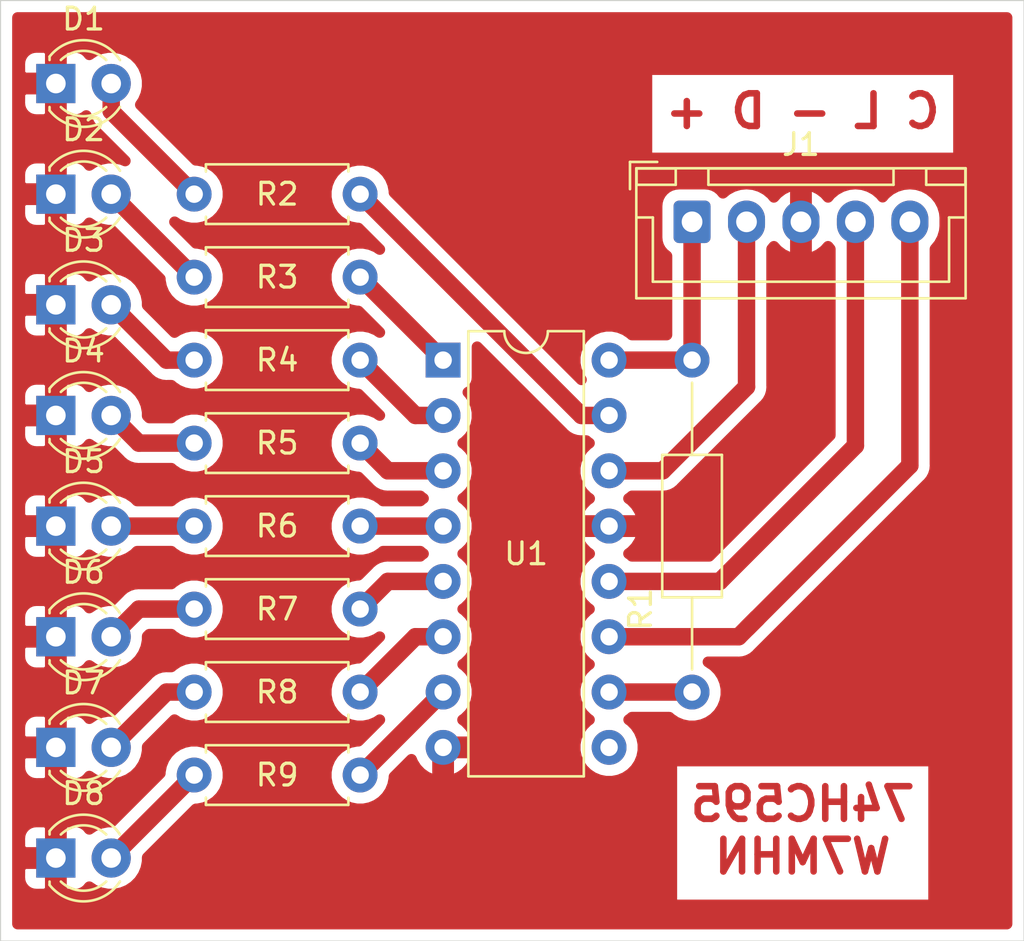
<source format=kicad_pcb>
(kicad_pcb (version 20171130) (host pcbnew "(5.1.6)-1")

  (general
    (thickness 1.6)
    (drawings 6)
    (tracks 40)
    (zones 0)
    (modules 19)
    (nets 24)
  )

  (page A4)
  (layers
    (0 F.Cu signal)
    (31 B.Cu signal hide)
    (32 B.Adhes user hide)
    (33 F.Adhes user hide)
    (34 B.Paste user hide)
    (35 F.Paste user hide)
    (36 B.SilkS user hide)
    (37 F.SilkS user hide)
    (38 B.Mask user hide)
    (39 F.Mask user hide)
    (40 Dwgs.User user hide)
    (41 Cmts.User user hide)
    (42 Eco1.User user hide)
    (43 Eco2.User user hide)
    (44 Edge.Cuts user)
    (45 Margin user hide)
    (46 B.CrtYd user hide)
    (47 F.CrtYd user hide)
    (48 B.Fab user hide)
    (49 F.Fab user hide)
  )

  (setup
    (last_trace_width 0.8)
    (trace_clearance 0.5)
    (zone_clearance 0.508)
    (zone_45_only no)
    (trace_min 0.4)
    (via_size 0.8)
    (via_drill 0.4)
    (via_min_size 0.5)
    (via_min_drill 0.3)
    (uvia_size 0.3)
    (uvia_drill 0.1)
    (uvias_allowed no)
    (uvia_min_size 0.2)
    (uvia_min_drill 0.1)
    (edge_width 0.05)
    (segment_width 0.2)
    (pcb_text_width 0.3)
    (pcb_text_size 1.5 1.5)
    (mod_edge_width 0.12)
    (mod_text_size 1 1)
    (mod_text_width 0.15)
    (pad_size 1.524 1.524)
    (pad_drill 0.762)
    (pad_to_mask_clearance 0.05)
    (aux_axis_origin 0 0)
    (visible_elements 7FFFFFFF)
    (pcbplotparams
      (layerselection 0x01000_7fffffff)
      (usegerberextensions false)
      (usegerberattributes true)
      (usegerberadvancedattributes true)
      (creategerberjobfile true)
      (excludeedgelayer true)
      (linewidth 0.100000)
      (plotframeref false)
      (viasonmask false)
      (mode 1)
      (useauxorigin false)
      (hpglpennumber 1)
      (hpglpenspeed 20)
      (hpglpendiameter 15.000000)
      (psnegative false)
      (psa4output false)
      (plotreference true)
      (plotvalue true)
      (plotinvisibletext false)
      (padsonsilk true)
      (subtractmaskfromsilk false)
      (outputformat 1)
      (mirror false)
      (drillshape 0)
      (scaleselection 1)
      (outputdirectory "F:/Tools/KiCad-Projects/Test shift register LEDs/"))
  )

  (net 0 "")
  (net 1 "Net-(D1-Pad2)")
  (net 2 "Net-(D2-Pad2)")
  (net 3 "Net-(D3-Pad2)")
  (net 4 "Net-(D4-Pad2)")
  (net 5 "Net-(D5-Pad2)")
  (net 6 "Net-(D6-Pad2)")
  (net 7 "Net-(D7-Pad2)")
  (net 8 "Net-(D8-Pad2)")
  (net 9 "Net-(J1-Pad5)")
  (net 10 "Net-(J1-Pad4)")
  (net 11 "Net-(J1-Pad2)")
  (net 12 "Net-(J1-Pad1)")
  (net 13 "Net-(R1-Pad1)")
  (net 14 "Net-(R2-Pad2)")
  (net 15 "Net-(R3-Pad2)")
  (net 16 "Net-(R4-Pad2)")
  (net 17 "Net-(R5-Pad2)")
  (net 18 "Net-(R6-Pad2)")
  (net 19 "Net-(R7-Pad2)")
  (net 20 "Net-(R8-Pad2)")
  (net 21 "Net-(R9-Pad2)")
  (net 22 "Net-(U1-Pad9)")
  (net 23 GND)

  (net_class Default "This is the default net class."
    (clearance 0.5)
    (trace_width 0.8)
    (via_dia 0.8)
    (via_drill 0.4)
    (uvia_dia 0.3)
    (uvia_drill 0.1)
    (diff_pair_width 0.4)
    (diff_pair_gap 0.25)
    (add_net GND)
    (add_net "Net-(D1-Pad2)")
    (add_net "Net-(D2-Pad2)")
    (add_net "Net-(D3-Pad2)")
    (add_net "Net-(D4-Pad2)")
    (add_net "Net-(D5-Pad2)")
    (add_net "Net-(D6-Pad2)")
    (add_net "Net-(D7-Pad2)")
    (add_net "Net-(D8-Pad2)")
    (add_net "Net-(J1-Pad1)")
    (add_net "Net-(J1-Pad2)")
    (add_net "Net-(J1-Pad4)")
    (add_net "Net-(J1-Pad5)")
    (add_net "Net-(R1-Pad1)")
    (add_net "Net-(R2-Pad2)")
    (add_net "Net-(R3-Pad2)")
    (add_net "Net-(R4-Pad2)")
    (add_net "Net-(R5-Pad2)")
    (add_net "Net-(R6-Pad2)")
    (add_net "Net-(R7-Pad2)")
    (add_net "Net-(R8-Pad2)")
    (add_net "Net-(R9-Pad2)")
    (add_net "Net-(U1-Pad9)")
  )

  (module Package_DIP:DIP-16_W7.62mm (layer F.Cu) (tedit 5A02E8C5) (tstamp 5F4A8074)
    (at 148.59 116.84)
    (descr "16-lead though-hole mounted DIP package, row spacing 7.62 mm (300 mils)")
    (tags "THT DIP DIL PDIP 2.54mm 7.62mm 300mil")
    (path /5F49E910)
    (fp_text reference U1 (at 3.81 8.89) (layer F.SilkS)
      (effects (font (size 1 1) (thickness 0.15)))
    )
    (fp_text value 74HC595 (at 0 11.22) (layer F.Fab)
      (effects (font (size 1 1) (thickness 0.15)))
    )
    (fp_text user %R (at 0 0) (layer F.Fab)
      (effects (font (size 1 1) (thickness 0.15)))
    )
    (fp_arc (start 3.81 -1.33) (end 2.81 -1.33) (angle -180) (layer F.SilkS) (width 0.12))
    (fp_line (start 1.635 -1.27) (end 6.985 -1.27) (layer F.Fab) (width 0.1))
    (fp_line (start 6.985 -1.27) (end 6.985 19.05) (layer F.Fab) (width 0.1))
    (fp_line (start 6.985 19.05) (end 0.635 19.05) (layer F.Fab) (width 0.1))
    (fp_line (start 0.635 19.05) (end 0.635 -0.27) (layer F.Fab) (width 0.1))
    (fp_line (start 0.635 -0.27) (end 1.635 -1.27) (layer F.Fab) (width 0.1))
    (fp_line (start 2.81 -1.33) (end 1.16 -1.33) (layer F.SilkS) (width 0.12))
    (fp_line (start 1.16 -1.33) (end 1.16 19.11) (layer F.SilkS) (width 0.12))
    (fp_line (start 1.16 19.11) (end 6.46 19.11) (layer F.SilkS) (width 0.12))
    (fp_line (start 6.46 19.11) (end 6.46 -1.33) (layer F.SilkS) (width 0.12))
    (fp_line (start 6.46 -1.33) (end 4.81 -1.33) (layer F.SilkS) (width 0.12))
    (fp_line (start -1.1 -1.55) (end -1.1 19.3) (layer F.CrtYd) (width 0.05))
    (fp_line (start -1.1 19.3) (end 8.7 19.3) (layer F.CrtYd) (width 0.05))
    (fp_line (start 8.7 19.3) (end 8.7 -1.55) (layer F.CrtYd) (width 0.05))
    (fp_line (start 8.7 -1.55) (end -1.1 -1.55) (layer F.CrtYd) (width 0.05))
    (pad 16 thru_hole oval (at 7.62 0) (size 1.6 1.6) (drill 0.8) (layers *.Cu *.Mask)
      (net 12 "Net-(J1-Pad1)"))
    (pad 8 thru_hole oval (at 0 17.78) (size 1.6 1.6) (drill 0.8) (layers *.Cu *.Mask)
      (net 23 GND))
    (pad 15 thru_hole oval (at 7.62 2.54) (size 1.6 1.6) (drill 0.8) (layers *.Cu *.Mask)
      (net 14 "Net-(R2-Pad2)"))
    (pad 7 thru_hole oval (at 0 15.24) (size 1.6 1.6) (drill 0.8) (layers *.Cu *.Mask)
      (net 21 "Net-(R9-Pad2)"))
    (pad 14 thru_hole oval (at 7.62 5.08) (size 1.6 1.6) (drill 0.8) (layers *.Cu *.Mask)
      (net 11 "Net-(J1-Pad2)"))
    (pad 6 thru_hole oval (at 0 12.7) (size 1.6 1.6) (drill 0.8) (layers *.Cu *.Mask)
      (net 20 "Net-(R8-Pad2)"))
    (pad 13 thru_hole oval (at 7.62 7.62) (size 1.6 1.6) (drill 0.8) (layers *.Cu *.Mask)
      (net 23 GND))
    (pad 5 thru_hole oval (at 0 10.16) (size 1.6 1.6) (drill 0.8) (layers *.Cu *.Mask)
      (net 19 "Net-(R7-Pad2)"))
    (pad 12 thru_hole oval (at 7.62 10.16) (size 1.6 1.6) (drill 0.8) (layers *.Cu *.Mask)
      (net 10 "Net-(J1-Pad4)"))
    (pad 4 thru_hole oval (at 0 7.62) (size 1.6 1.6) (drill 0.8) (layers *.Cu *.Mask)
      (net 18 "Net-(R6-Pad2)"))
    (pad 11 thru_hole oval (at 7.62 12.7) (size 1.6 1.6) (drill 0.8) (layers *.Cu *.Mask)
      (net 9 "Net-(J1-Pad5)"))
    (pad 3 thru_hole oval (at 0 5.08) (size 1.6 1.6) (drill 0.8) (layers *.Cu *.Mask)
      (net 17 "Net-(R5-Pad2)"))
    (pad 10 thru_hole oval (at 7.62 15.24) (size 1.6 1.6) (drill 0.8) (layers *.Cu *.Mask)
      (net 13 "Net-(R1-Pad1)"))
    (pad 2 thru_hole oval (at 0 2.54) (size 1.6 1.6) (drill 0.8) (layers *.Cu *.Mask)
      (net 16 "Net-(R4-Pad2)"))
    (pad 9 thru_hole oval (at 7.62 17.78) (size 1.6 1.6) (drill 0.8) (layers *.Cu *.Mask)
      (net 22 "Net-(U1-Pad9)"))
    (pad 1 thru_hole rect (at 0 0) (size 1.6 1.6) (drill 0.8) (layers *.Cu *.Mask)
      (net 15 "Net-(R3-Pad2)"))
    (model ${KISYS3DMOD}/Package_DIP.3dshapes/DIP-16_W7.62mm.wrl
      (at (xyz 0 0 0))
      (scale (xyz 1 1 1))
      (rotate (xyz 0 0 0))
    )
  )

  (module LED_THT:LED_D3.0mm (layer F.Cu) (tedit 587A3A7B) (tstamp 5F4A7F42)
    (at 130.81 134.62)
    (descr "LED, diameter 3.0mm, 2 pins")
    (tags "LED diameter 3.0mm 2 pins")
    (path /5F4AD232)
    (fp_text reference D7 (at 1.27 -2.96) (layer F.SilkS)
      (effects (font (size 1 1) (thickness 0.15)))
    )
    (fp_text value LED (at 1.27 2.96) (layer F.Fab)
      (effects (font (size 1 1) (thickness 0.15)))
    )
    (fp_arc (start 1.27 0) (end 0.229039 1.08) (angle -87.9) (layer F.SilkS) (width 0.12))
    (fp_arc (start 1.27 0) (end 0.229039 -1.08) (angle 87.9) (layer F.SilkS) (width 0.12))
    (fp_arc (start 1.27 0) (end -0.29 1.235516) (angle -108.8) (layer F.SilkS) (width 0.12))
    (fp_arc (start 1.27 0) (end -0.29 -1.235516) (angle 108.8) (layer F.SilkS) (width 0.12))
    (fp_arc (start 1.27 0) (end -0.23 -1.16619) (angle 284.3) (layer F.Fab) (width 0.1))
    (fp_circle (center 1.27 0) (end 2.77 0) (layer F.Fab) (width 0.1))
    (fp_line (start -0.23 -1.16619) (end -0.23 1.16619) (layer F.Fab) (width 0.1))
    (fp_line (start -0.29 -1.236) (end -0.29 -1.08) (layer F.SilkS) (width 0.12))
    (fp_line (start -0.29 1.08) (end -0.29 1.236) (layer F.SilkS) (width 0.12))
    (fp_line (start -1.15 -2.25) (end -1.15 2.25) (layer F.CrtYd) (width 0.05))
    (fp_line (start -1.15 2.25) (end 3.7 2.25) (layer F.CrtYd) (width 0.05))
    (fp_line (start 3.7 2.25) (end 3.7 -2.25) (layer F.CrtYd) (width 0.05))
    (fp_line (start 3.7 -2.25) (end -1.15 -2.25) (layer F.CrtYd) (width 0.05))
    (pad 2 thru_hole circle (at 2.54 0) (size 1.8 1.8) (drill 0.9) (layers *.Cu *.Mask)
      (net 7 "Net-(D7-Pad2)"))
    (pad 1 thru_hole rect (at 0 0) (size 1.8 1.8) (drill 0.9) (layers *.Cu *.Mask)
      (net 23 GND))
    (model ${KISYS3DMOD}/LED_THT.3dshapes/LED_D3.0mm.wrl
      (at (xyz 0 0 0))
      (scale (xyz 1 1 1))
      (rotate (xyz 0 0 0))
    )
  )

  (module Connector_JST:JST_XH_B5B-XH-A_1x05_P2.50mm_Vertical (layer F.Cu) (tedit 5C28146C) (tstamp 5F4A7F81)
    (at 160.02 110.49)
    (descr "JST XH series connector, B5B-XH-A (http://www.jst-mfg.com/product/pdf/eng/eXH.pdf), generated with kicad-footprint-generator")
    (tags "connector JST XH vertical")
    (path /5F4CF804)
    (fp_text reference J1 (at 5 -3.55) (layer F.SilkS)
      (effects (font (size 1 1) (thickness 0.15)))
    )
    (fp_text value Conn_01x05_Female (at 5 4.6) (layer F.Fab)
      (effects (font (size 1 1) (thickness 0.15)))
    )
    (fp_text user %R (at 5 2.7) (layer F.Fab)
      (effects (font (size 1 1) (thickness 0.15)))
    )
    (fp_line (start -2.45 -2.35) (end -2.45 3.4) (layer F.Fab) (width 0.1))
    (fp_line (start -2.45 3.4) (end 12.45 3.4) (layer F.Fab) (width 0.1))
    (fp_line (start 12.45 3.4) (end 12.45 -2.35) (layer F.Fab) (width 0.1))
    (fp_line (start 12.45 -2.35) (end -2.45 -2.35) (layer F.Fab) (width 0.1))
    (fp_line (start -2.56 -2.46) (end -2.56 3.51) (layer F.SilkS) (width 0.12))
    (fp_line (start -2.56 3.51) (end 12.56 3.51) (layer F.SilkS) (width 0.12))
    (fp_line (start 12.56 3.51) (end 12.56 -2.46) (layer F.SilkS) (width 0.12))
    (fp_line (start 12.56 -2.46) (end -2.56 -2.46) (layer F.SilkS) (width 0.12))
    (fp_line (start -2.95 -2.85) (end -2.95 3.9) (layer F.CrtYd) (width 0.05))
    (fp_line (start -2.95 3.9) (end 12.95 3.9) (layer F.CrtYd) (width 0.05))
    (fp_line (start 12.95 3.9) (end 12.95 -2.85) (layer F.CrtYd) (width 0.05))
    (fp_line (start 12.95 -2.85) (end -2.95 -2.85) (layer F.CrtYd) (width 0.05))
    (fp_line (start -0.625 -2.35) (end 0 -1.35) (layer F.Fab) (width 0.1))
    (fp_line (start 0 -1.35) (end 0.625 -2.35) (layer F.Fab) (width 0.1))
    (fp_line (start 0.75 -2.45) (end 0.75 -1.7) (layer F.SilkS) (width 0.12))
    (fp_line (start 0.75 -1.7) (end 9.25 -1.7) (layer F.SilkS) (width 0.12))
    (fp_line (start 9.25 -1.7) (end 9.25 -2.45) (layer F.SilkS) (width 0.12))
    (fp_line (start 9.25 -2.45) (end 0.75 -2.45) (layer F.SilkS) (width 0.12))
    (fp_line (start -2.55 -2.45) (end -2.55 -1.7) (layer F.SilkS) (width 0.12))
    (fp_line (start -2.55 -1.7) (end -0.75 -1.7) (layer F.SilkS) (width 0.12))
    (fp_line (start -0.75 -1.7) (end -0.75 -2.45) (layer F.SilkS) (width 0.12))
    (fp_line (start -0.75 -2.45) (end -2.55 -2.45) (layer F.SilkS) (width 0.12))
    (fp_line (start 10.75 -2.45) (end 10.75 -1.7) (layer F.SilkS) (width 0.12))
    (fp_line (start 10.75 -1.7) (end 12.55 -1.7) (layer F.SilkS) (width 0.12))
    (fp_line (start 12.55 -1.7) (end 12.55 -2.45) (layer F.SilkS) (width 0.12))
    (fp_line (start 12.55 -2.45) (end 10.75 -2.45) (layer F.SilkS) (width 0.12))
    (fp_line (start -2.55 -0.2) (end -1.8 -0.2) (layer F.SilkS) (width 0.12))
    (fp_line (start -1.8 -0.2) (end -1.8 2.75) (layer F.SilkS) (width 0.12))
    (fp_line (start -1.8 2.75) (end 5 2.75) (layer F.SilkS) (width 0.12))
    (fp_line (start 12.55 -0.2) (end 11.8 -0.2) (layer F.SilkS) (width 0.12))
    (fp_line (start 11.8 -0.2) (end 11.8 2.75) (layer F.SilkS) (width 0.12))
    (fp_line (start 11.8 2.75) (end 5 2.75) (layer F.SilkS) (width 0.12))
    (fp_line (start -1.6 -2.75) (end -2.85 -2.75) (layer F.SilkS) (width 0.12))
    (fp_line (start -2.85 -2.75) (end -2.85 -1.5) (layer F.SilkS) (width 0.12))
    (pad 5 thru_hole oval (at 10 0) (size 1.7 1.95) (drill 0.95) (layers *.Cu *.Mask)
      (net 9 "Net-(J1-Pad5)"))
    (pad 4 thru_hole oval (at 7.5 0) (size 1.7 1.95) (drill 0.95) (layers *.Cu *.Mask)
      (net 10 "Net-(J1-Pad4)"))
    (pad 3 thru_hole oval (at 5 0) (size 1.7 1.95) (drill 0.95) (layers *.Cu *.Mask)
      (net 23 GND))
    (pad 2 thru_hole oval (at 2.5 0) (size 1.7 1.95) (drill 0.95) (layers *.Cu *.Mask)
      (net 11 "Net-(J1-Pad2)"))
    (pad 1 thru_hole roundrect (at 0 0) (size 1.7 1.95) (drill 0.95) (layers *.Cu *.Mask) (roundrect_rratio 0.147059)
      (net 12 "Net-(J1-Pad1)"))
    (model ${KISYS3DMOD}/Connector_JST.3dshapes/JST_XH_B5B-XH-A_1x05_P2.50mm_Vertical.wrl
      (at (xyz 0 0 0))
      (scale (xyz 1 1 1))
      (rotate (xyz 0 0 0))
    )
  )

  (module Resistor_THT:R_Axial_DIN0207_L6.3mm_D2.5mm_P7.62mm_Horizontal (layer F.Cu) (tedit 5AE5139B) (tstamp 5F4A8022)
    (at 137.16 128.27)
    (descr "Resistor, Axial_DIN0207 series, Axial, Horizontal, pin pitch=7.62mm, 0.25W = 1/4W, length*diameter=6.3*2.5mm^2, http://cdn-reichelt.de/documents/datenblatt/B400/1_4W%23YAG.pdf")
    (tags "Resistor Axial_DIN0207 series Axial Horizontal pin pitch 7.62mm 0.25W = 1/4W length 6.3mm diameter 2.5mm")
    (path /5F4B0910)
    (fp_text reference R7 (at 3.81 0) (layer F.SilkS)
      (effects (font (size 1 1) (thickness 0.15)))
    )
    (fp_text value R_US (at 3.81 2.37) (layer F.Fab)
      (effects (font (size 1 1) (thickness 0.15)))
    )
    (fp_text user %R (at 3.81 0) (layer F.Fab)
      (effects (font (size 1 1) (thickness 0.15)))
    )
    (fp_line (start 0.66 -1.25) (end 0.66 1.25) (layer F.Fab) (width 0.1))
    (fp_line (start 0.66 1.25) (end 6.96 1.25) (layer F.Fab) (width 0.1))
    (fp_line (start 6.96 1.25) (end 6.96 -1.25) (layer F.Fab) (width 0.1))
    (fp_line (start 6.96 -1.25) (end 0.66 -1.25) (layer F.Fab) (width 0.1))
    (fp_line (start 0 0) (end 0.66 0) (layer F.Fab) (width 0.1))
    (fp_line (start 7.62 0) (end 6.96 0) (layer F.Fab) (width 0.1))
    (fp_line (start 0.54 -1.04) (end 0.54 -1.37) (layer F.SilkS) (width 0.12))
    (fp_line (start 0.54 -1.37) (end 7.08 -1.37) (layer F.SilkS) (width 0.12))
    (fp_line (start 7.08 -1.37) (end 7.08 -1.04) (layer F.SilkS) (width 0.12))
    (fp_line (start 0.54 1.04) (end 0.54 1.37) (layer F.SilkS) (width 0.12))
    (fp_line (start 0.54 1.37) (end 7.08 1.37) (layer F.SilkS) (width 0.12))
    (fp_line (start 7.08 1.37) (end 7.08 1.04) (layer F.SilkS) (width 0.12))
    (fp_line (start -1.05 -1.5) (end -1.05 1.5) (layer F.CrtYd) (width 0.05))
    (fp_line (start -1.05 1.5) (end 8.67 1.5) (layer F.CrtYd) (width 0.05))
    (fp_line (start 8.67 1.5) (end 8.67 -1.5) (layer F.CrtYd) (width 0.05))
    (fp_line (start 8.67 -1.5) (end -1.05 -1.5) (layer F.CrtYd) (width 0.05))
    (pad 2 thru_hole oval (at 7.62 0) (size 1.6 1.6) (drill 0.8) (layers *.Cu *.Mask)
      (net 19 "Net-(R7-Pad2)"))
    (pad 1 thru_hole circle (at 0 0) (size 1.6 1.6) (drill 0.8) (layers *.Cu *.Mask)
      (net 6 "Net-(D6-Pad2)"))
    (model ${KISYS3DMOD}/Resistor_THT.3dshapes/R_Axial_DIN0207_L6.3mm_D2.5mm_P7.62mm_Horizontal.wrl
      (at (xyz 0 0 0))
      (scale (xyz 1 1 1))
      (rotate (xyz 0 0 0))
    )
  )

  (module LED_THT:LED_D3.0mm (layer F.Cu) (tedit 587A3A7B) (tstamp 5F4A7F1C)
    (at 130.81 124.46)
    (descr "LED, diameter 3.0mm, 2 pins")
    (tags "LED diameter 3.0mm 2 pins")
    (path /5F4AD226)
    (fp_text reference D5 (at 1.27 -2.96) (layer F.SilkS)
      (effects (font (size 1 1) (thickness 0.15)))
    )
    (fp_text value LED (at 1.27 2.96) (layer F.Fab)
      (effects (font (size 1 1) (thickness 0.15)))
    )
    (fp_arc (start 1.27 0) (end 0.229039 1.08) (angle -87.9) (layer F.SilkS) (width 0.12))
    (fp_arc (start 1.27 0) (end 0.229039 -1.08) (angle 87.9) (layer F.SilkS) (width 0.12))
    (fp_arc (start 1.27 0) (end -0.29 1.235516) (angle -108.8) (layer F.SilkS) (width 0.12))
    (fp_arc (start 1.27 0) (end -0.29 -1.235516) (angle 108.8) (layer F.SilkS) (width 0.12))
    (fp_arc (start 1.27 0) (end -0.23 -1.16619) (angle 284.3) (layer F.Fab) (width 0.1))
    (fp_circle (center 1.27 0) (end 2.77 0) (layer F.Fab) (width 0.1))
    (fp_line (start -0.23 -1.16619) (end -0.23 1.16619) (layer F.Fab) (width 0.1))
    (fp_line (start -0.29 -1.236) (end -0.29 -1.08) (layer F.SilkS) (width 0.12))
    (fp_line (start -0.29 1.08) (end -0.29 1.236) (layer F.SilkS) (width 0.12))
    (fp_line (start -1.15 -2.25) (end -1.15 2.25) (layer F.CrtYd) (width 0.05))
    (fp_line (start -1.15 2.25) (end 3.7 2.25) (layer F.CrtYd) (width 0.05))
    (fp_line (start 3.7 2.25) (end 3.7 -2.25) (layer F.CrtYd) (width 0.05))
    (fp_line (start 3.7 -2.25) (end -1.15 -2.25) (layer F.CrtYd) (width 0.05))
    (pad 2 thru_hole circle (at 2.54 0) (size 1.8 1.8) (drill 0.9) (layers *.Cu *.Mask)
      (net 5 "Net-(D5-Pad2)"))
    (pad 1 thru_hole rect (at 0 0) (size 1.8 1.8) (drill 0.9) (layers *.Cu *.Mask)
      (net 23 GND))
    (model ${KISYS3DMOD}/LED_THT.3dshapes/LED_D3.0mm.wrl
      (at (xyz 0 0 0))
      (scale (xyz 1 1 1))
      (rotate (xyz 0 0 0))
    )
  )

  (module LED_THT:LED_D3.0mm (layer F.Cu) (tedit 587A3A7B) (tstamp 5F4A7EE3)
    (at 130.81 109.22)
    (descr "LED, diameter 3.0mm, 2 pins")
    (tags "LED diameter 3.0mm 2 pins")
    (path /5F4A2ABF)
    (fp_text reference D2 (at 1.27 -2.96) (layer F.SilkS)
      (effects (font (size 1 1) (thickness 0.15)))
    )
    (fp_text value LED (at 1.27 2.96) (layer F.Fab)
      (effects (font (size 1 1) (thickness 0.15)))
    )
    (fp_arc (start 1.27 0) (end 0.229039 1.08) (angle -87.9) (layer F.SilkS) (width 0.12))
    (fp_arc (start 1.27 0) (end 0.229039 -1.08) (angle 87.9) (layer F.SilkS) (width 0.12))
    (fp_arc (start 1.27 0) (end -0.29 1.235516) (angle -108.8) (layer F.SilkS) (width 0.12))
    (fp_arc (start 1.27 0) (end -0.29 -1.235516) (angle 108.8) (layer F.SilkS) (width 0.12))
    (fp_arc (start 1.27 0) (end -0.23 -1.16619) (angle 284.3) (layer F.Fab) (width 0.1))
    (fp_circle (center 1.27 0) (end 2.77 0) (layer F.Fab) (width 0.1))
    (fp_line (start -0.23 -1.16619) (end -0.23 1.16619) (layer F.Fab) (width 0.1))
    (fp_line (start -0.29 -1.236) (end -0.29 -1.08) (layer F.SilkS) (width 0.12))
    (fp_line (start -0.29 1.08) (end -0.29 1.236) (layer F.SilkS) (width 0.12))
    (fp_line (start -1.15 -2.25) (end -1.15 2.25) (layer F.CrtYd) (width 0.05))
    (fp_line (start -1.15 2.25) (end 3.7 2.25) (layer F.CrtYd) (width 0.05))
    (fp_line (start 3.7 2.25) (end 3.7 -2.25) (layer F.CrtYd) (width 0.05))
    (fp_line (start 3.7 -2.25) (end -1.15 -2.25) (layer F.CrtYd) (width 0.05))
    (pad 2 thru_hole circle (at 2.54 0) (size 1.8 1.8) (drill 0.9) (layers *.Cu *.Mask)
      (net 2 "Net-(D2-Pad2)"))
    (pad 1 thru_hole rect (at 0 0) (size 1.8 1.8) (drill 0.9) (layers *.Cu *.Mask)
      (net 23 GND))
    (model ${KISYS3DMOD}/LED_THT.3dshapes/LED_D3.0mm.wrl
      (at (xyz 0 0 0))
      (scale (xyz 1 1 1))
      (rotate (xyz 0 0 0))
    )
  )

  (module LED_THT:LED_D3.0mm (layer F.Cu) (tedit 587A3A7B) (tstamp 5F4A7F2F)
    (at 130.81 129.54)
    (descr "LED, diameter 3.0mm, 2 pins")
    (tags "LED diameter 3.0mm 2 pins")
    (path /5F4AD22C)
    (fp_text reference D6 (at 1.27 -2.96) (layer F.SilkS)
      (effects (font (size 1 1) (thickness 0.15)))
    )
    (fp_text value LED (at 1.27 2.96) (layer F.Fab)
      (effects (font (size 1 1) (thickness 0.15)))
    )
    (fp_arc (start 1.27 0) (end 0.229039 1.08) (angle -87.9) (layer F.SilkS) (width 0.12))
    (fp_arc (start 1.27 0) (end 0.229039 -1.08) (angle 87.9) (layer F.SilkS) (width 0.12))
    (fp_arc (start 1.27 0) (end -0.29 1.235516) (angle -108.8) (layer F.SilkS) (width 0.12))
    (fp_arc (start 1.27 0) (end -0.29 -1.235516) (angle 108.8) (layer F.SilkS) (width 0.12))
    (fp_arc (start 1.27 0) (end -0.23 -1.16619) (angle 284.3) (layer F.Fab) (width 0.1))
    (fp_circle (center 1.27 0) (end 2.77 0) (layer F.Fab) (width 0.1))
    (fp_line (start -0.23 -1.16619) (end -0.23 1.16619) (layer F.Fab) (width 0.1))
    (fp_line (start -0.29 -1.236) (end -0.29 -1.08) (layer F.SilkS) (width 0.12))
    (fp_line (start -0.29 1.08) (end -0.29 1.236) (layer F.SilkS) (width 0.12))
    (fp_line (start -1.15 -2.25) (end -1.15 2.25) (layer F.CrtYd) (width 0.05))
    (fp_line (start -1.15 2.25) (end 3.7 2.25) (layer F.CrtYd) (width 0.05))
    (fp_line (start 3.7 2.25) (end 3.7 -2.25) (layer F.CrtYd) (width 0.05))
    (fp_line (start 3.7 -2.25) (end -1.15 -2.25) (layer F.CrtYd) (width 0.05))
    (pad 2 thru_hole circle (at 2.54 0) (size 1.8 1.8) (drill 0.9) (layers *.Cu *.Mask)
      (net 6 "Net-(D6-Pad2)"))
    (pad 1 thru_hole rect (at 0 0) (size 1.8 1.8) (drill 0.9) (layers *.Cu *.Mask)
      (net 23 GND))
    (model ${KISYS3DMOD}/LED_THT.3dshapes/LED_D3.0mm.wrl
      (at (xyz 0 0 0))
      (scale (xyz 1 1 1))
      (rotate (xyz 0 0 0))
    )
  )

  (module LED_THT:LED_D3.0mm (layer F.Cu) (tedit 587A3A7B) (tstamp 5F4A7ED0)
    (at 130.81 104.14)
    (descr "LED, diameter 3.0mm, 2 pins")
    (tags "LED diameter 3.0mm 2 pins")
    (path /5F49F7CB)
    (fp_text reference D1 (at 1.27 -2.96) (layer F.SilkS)
      (effects (font (size 1 1) (thickness 0.15)))
    )
    (fp_text value LED (at 1.27 2.96) (layer F.Fab)
      (effects (font (size 1 1) (thickness 0.15)))
    )
    (fp_arc (start 1.27 0) (end 0.229039 1.08) (angle -87.9) (layer F.SilkS) (width 0.12))
    (fp_arc (start 1.27 0) (end 0.229039 -1.08) (angle 87.9) (layer F.SilkS) (width 0.12))
    (fp_arc (start 1.27 0) (end -0.29 1.235516) (angle -108.8) (layer F.SilkS) (width 0.12))
    (fp_arc (start 1.27 0) (end -0.29 -1.235516) (angle 108.8) (layer F.SilkS) (width 0.12))
    (fp_arc (start 1.27 0) (end -0.23 -1.16619) (angle 284.3) (layer F.Fab) (width 0.1))
    (fp_circle (center 1.27 0) (end 2.77 0) (layer F.Fab) (width 0.1))
    (fp_line (start -0.23 -1.16619) (end -0.23 1.16619) (layer F.Fab) (width 0.1))
    (fp_line (start -0.29 -1.236) (end -0.29 -1.08) (layer F.SilkS) (width 0.12))
    (fp_line (start -0.29 1.08) (end -0.29 1.236) (layer F.SilkS) (width 0.12))
    (fp_line (start -1.15 -2.25) (end -1.15 2.25) (layer F.CrtYd) (width 0.05))
    (fp_line (start -1.15 2.25) (end 3.7 2.25) (layer F.CrtYd) (width 0.05))
    (fp_line (start 3.7 2.25) (end 3.7 -2.25) (layer F.CrtYd) (width 0.05))
    (fp_line (start 3.7 -2.25) (end -1.15 -2.25) (layer F.CrtYd) (width 0.05))
    (pad 2 thru_hole circle (at 2.54 0) (size 1.8 1.8) (drill 0.9) (layers *.Cu *.Mask)
      (net 1 "Net-(D1-Pad2)"))
    (pad 1 thru_hole rect (at 0 0) (size 1.8 1.8) (drill 0.9) (layers *.Cu *.Mask)
      (net 23 GND))
    (model ${KISYS3DMOD}/LED_THT.3dshapes/LED_D3.0mm.wrl
      (at (xyz 0 0 0))
      (scale (xyz 1 1 1))
      (rotate (xyz 0 0 0))
    )
  )

  (module LED_THT:LED_D3.0mm (layer F.Cu) (tedit 587A3A7B) (tstamp 5F4A7F09)
    (at 130.81 119.38)
    (descr "LED, diameter 3.0mm, 2 pins")
    (tags "LED diameter 3.0mm 2 pins")
    (path /5F4A541D)
    (fp_text reference D4 (at 1.27 -2.96) (layer F.SilkS)
      (effects (font (size 1 1) (thickness 0.15)))
    )
    (fp_text value LED (at 1.27 2.96) (layer F.Fab)
      (effects (font (size 1 1) (thickness 0.15)))
    )
    (fp_arc (start 1.27 0) (end 0.229039 1.08) (angle -87.9) (layer F.SilkS) (width 0.12))
    (fp_arc (start 1.27 0) (end 0.229039 -1.08) (angle 87.9) (layer F.SilkS) (width 0.12))
    (fp_arc (start 1.27 0) (end -0.29 1.235516) (angle -108.8) (layer F.SilkS) (width 0.12))
    (fp_arc (start 1.27 0) (end -0.29 -1.235516) (angle 108.8) (layer F.SilkS) (width 0.12))
    (fp_arc (start 1.27 0) (end -0.23 -1.16619) (angle 284.3) (layer F.Fab) (width 0.1))
    (fp_circle (center 1.27 0) (end 2.77 0) (layer F.Fab) (width 0.1))
    (fp_line (start -0.23 -1.16619) (end -0.23 1.16619) (layer F.Fab) (width 0.1))
    (fp_line (start -0.29 -1.236) (end -0.29 -1.08) (layer F.SilkS) (width 0.12))
    (fp_line (start -0.29 1.08) (end -0.29 1.236) (layer F.SilkS) (width 0.12))
    (fp_line (start -1.15 -2.25) (end -1.15 2.25) (layer F.CrtYd) (width 0.05))
    (fp_line (start -1.15 2.25) (end 3.7 2.25) (layer F.CrtYd) (width 0.05))
    (fp_line (start 3.7 2.25) (end 3.7 -2.25) (layer F.CrtYd) (width 0.05))
    (fp_line (start 3.7 -2.25) (end -1.15 -2.25) (layer F.CrtYd) (width 0.05))
    (pad 2 thru_hole circle (at 2.54 0) (size 1.8 1.8) (drill 0.9) (layers *.Cu *.Mask)
      (net 4 "Net-(D4-Pad2)"))
    (pad 1 thru_hole rect (at 0 0) (size 1.8 1.8) (drill 0.9) (layers *.Cu *.Mask)
      (net 23 GND))
    (model ${KISYS3DMOD}/LED_THT.3dshapes/LED_D3.0mm.wrl
      (at (xyz 0 0 0))
      (scale (xyz 1 1 1))
      (rotate (xyz 0 0 0))
    )
  )

  (module Resistor_THT:R_Axial_DIN0207_L6.3mm_D2.5mm_P7.62mm_Horizontal (layer F.Cu) (tedit 5AE5139B) (tstamp 5F4A7FAF)
    (at 137.16 109.22)
    (descr "Resistor, Axial_DIN0207 series, Axial, Horizontal, pin pitch=7.62mm, 0.25W = 1/4W, length*diameter=6.3*2.5mm^2, http://cdn-reichelt.de/documents/datenblatt/B400/1_4W%23YAG.pdf")
    (tags "Resistor Axial_DIN0207 series Axial Horizontal pin pitch 7.62mm 0.25W = 1/4W length 6.3mm diameter 2.5mm")
    (path /5F4AE56C)
    (fp_text reference R2 (at 3.81 0) (layer F.SilkS)
      (effects (font (size 1 1) (thickness 0.15)))
    )
    (fp_text value R_US (at 3.81 2.37) (layer F.Fab)
      (effects (font (size 1 1) (thickness 0.15)))
    )
    (fp_text user %R (at 3.81 0) (layer F.Fab)
      (effects (font (size 1 1) (thickness 0.15)))
    )
    (fp_line (start 0.66 -1.25) (end 0.66 1.25) (layer F.Fab) (width 0.1))
    (fp_line (start 0.66 1.25) (end 6.96 1.25) (layer F.Fab) (width 0.1))
    (fp_line (start 6.96 1.25) (end 6.96 -1.25) (layer F.Fab) (width 0.1))
    (fp_line (start 6.96 -1.25) (end 0.66 -1.25) (layer F.Fab) (width 0.1))
    (fp_line (start 0 0) (end 0.66 0) (layer F.Fab) (width 0.1))
    (fp_line (start 7.62 0) (end 6.96 0) (layer F.Fab) (width 0.1))
    (fp_line (start 0.54 -1.04) (end 0.54 -1.37) (layer F.SilkS) (width 0.12))
    (fp_line (start 0.54 -1.37) (end 7.08 -1.37) (layer F.SilkS) (width 0.12))
    (fp_line (start 7.08 -1.37) (end 7.08 -1.04) (layer F.SilkS) (width 0.12))
    (fp_line (start 0.54 1.04) (end 0.54 1.37) (layer F.SilkS) (width 0.12))
    (fp_line (start 0.54 1.37) (end 7.08 1.37) (layer F.SilkS) (width 0.12))
    (fp_line (start 7.08 1.37) (end 7.08 1.04) (layer F.SilkS) (width 0.12))
    (fp_line (start -1.05 -1.5) (end -1.05 1.5) (layer F.CrtYd) (width 0.05))
    (fp_line (start -1.05 1.5) (end 8.67 1.5) (layer F.CrtYd) (width 0.05))
    (fp_line (start 8.67 1.5) (end 8.67 -1.5) (layer F.CrtYd) (width 0.05))
    (fp_line (start 8.67 -1.5) (end -1.05 -1.5) (layer F.CrtYd) (width 0.05))
    (pad 2 thru_hole oval (at 7.62 0) (size 1.6 1.6) (drill 0.8) (layers *.Cu *.Mask)
      (net 14 "Net-(R2-Pad2)"))
    (pad 1 thru_hole circle (at 0 0) (size 1.6 1.6) (drill 0.8) (layers *.Cu *.Mask)
      (net 1 "Net-(D1-Pad2)"))
    (model ${KISYS3DMOD}/Resistor_THT.3dshapes/R_Axial_DIN0207_L6.3mm_D2.5mm_P7.62mm_Horizontal.wrl
      (at (xyz 0 0 0))
      (scale (xyz 1 1 1))
      (rotate (xyz 0 0 0))
    )
  )

  (module Resistor_THT:R_Axial_DIN0207_L6.3mm_D2.5mm_P7.62mm_Horizontal (layer F.Cu) (tedit 5AE5139B) (tstamp 5F4A7FC6)
    (at 137.16 113.03)
    (descr "Resistor, Axial_DIN0207 series, Axial, Horizontal, pin pitch=7.62mm, 0.25W = 1/4W, length*diameter=6.3*2.5mm^2, http://cdn-reichelt.de/documents/datenblatt/B400/1_4W%23YAG.pdf")
    (tags "Resistor Axial_DIN0207 series Axial Horizontal pin pitch 7.62mm 0.25W = 1/4W length 6.3mm diameter 2.5mm")
    (path /5F4B03B8)
    (fp_text reference R3 (at 3.81 0) (layer F.SilkS)
      (effects (font (size 1 1) (thickness 0.15)))
    )
    (fp_text value R_US (at 3.81 2.37) (layer F.Fab)
      (effects (font (size 1 1) (thickness 0.15)))
    )
    (fp_text user %R (at 3.81 0) (layer F.Fab)
      (effects (font (size 1 1) (thickness 0.15)))
    )
    (fp_line (start 0.66 -1.25) (end 0.66 1.25) (layer F.Fab) (width 0.1))
    (fp_line (start 0.66 1.25) (end 6.96 1.25) (layer F.Fab) (width 0.1))
    (fp_line (start 6.96 1.25) (end 6.96 -1.25) (layer F.Fab) (width 0.1))
    (fp_line (start 6.96 -1.25) (end 0.66 -1.25) (layer F.Fab) (width 0.1))
    (fp_line (start 0 0) (end 0.66 0) (layer F.Fab) (width 0.1))
    (fp_line (start 7.62 0) (end 6.96 0) (layer F.Fab) (width 0.1))
    (fp_line (start 0.54 -1.04) (end 0.54 -1.37) (layer F.SilkS) (width 0.12))
    (fp_line (start 0.54 -1.37) (end 7.08 -1.37) (layer F.SilkS) (width 0.12))
    (fp_line (start 7.08 -1.37) (end 7.08 -1.04) (layer F.SilkS) (width 0.12))
    (fp_line (start 0.54 1.04) (end 0.54 1.37) (layer F.SilkS) (width 0.12))
    (fp_line (start 0.54 1.37) (end 7.08 1.37) (layer F.SilkS) (width 0.12))
    (fp_line (start 7.08 1.37) (end 7.08 1.04) (layer F.SilkS) (width 0.12))
    (fp_line (start -1.05 -1.5) (end -1.05 1.5) (layer F.CrtYd) (width 0.05))
    (fp_line (start -1.05 1.5) (end 8.67 1.5) (layer F.CrtYd) (width 0.05))
    (fp_line (start 8.67 1.5) (end 8.67 -1.5) (layer F.CrtYd) (width 0.05))
    (fp_line (start 8.67 -1.5) (end -1.05 -1.5) (layer F.CrtYd) (width 0.05))
    (pad 2 thru_hole oval (at 7.62 0) (size 1.6 1.6) (drill 0.8) (layers *.Cu *.Mask)
      (net 15 "Net-(R3-Pad2)"))
    (pad 1 thru_hole circle (at 0 0) (size 1.6 1.6) (drill 0.8) (layers *.Cu *.Mask)
      (net 2 "Net-(D2-Pad2)"))
    (model ${KISYS3DMOD}/Resistor_THT.3dshapes/R_Axial_DIN0207_L6.3mm_D2.5mm_P7.62mm_Horizontal.wrl
      (at (xyz 0 0 0))
      (scale (xyz 1 1 1))
      (rotate (xyz 0 0 0))
    )
  )

  (module LED_THT:LED_D3.0mm (layer F.Cu) (tedit 587A3A7B) (tstamp 5F4A7EF6)
    (at 130.81 114.3)
    (descr "LED, diameter 3.0mm, 2 pins")
    (tags "LED diameter 3.0mm 2 pins")
    (path /5F4A5417)
    (fp_text reference D3 (at 1.27 -2.96) (layer F.SilkS)
      (effects (font (size 1 1) (thickness 0.15)))
    )
    (fp_text value LED (at 1.27 2.96) (layer F.Fab)
      (effects (font (size 1 1) (thickness 0.15)))
    )
    (fp_arc (start 1.27 0) (end 0.229039 1.08) (angle -87.9) (layer F.SilkS) (width 0.12))
    (fp_arc (start 1.27 0) (end 0.229039 -1.08) (angle 87.9) (layer F.SilkS) (width 0.12))
    (fp_arc (start 1.27 0) (end -0.29 1.235516) (angle -108.8) (layer F.SilkS) (width 0.12))
    (fp_arc (start 1.27 0) (end -0.29 -1.235516) (angle 108.8) (layer F.SilkS) (width 0.12))
    (fp_arc (start 1.27 0) (end -0.23 -1.16619) (angle 284.3) (layer F.Fab) (width 0.1))
    (fp_circle (center 1.27 0) (end 2.77 0) (layer F.Fab) (width 0.1))
    (fp_line (start -0.23 -1.16619) (end -0.23 1.16619) (layer F.Fab) (width 0.1))
    (fp_line (start -0.29 -1.236) (end -0.29 -1.08) (layer F.SilkS) (width 0.12))
    (fp_line (start -0.29 1.08) (end -0.29 1.236) (layer F.SilkS) (width 0.12))
    (fp_line (start -1.15 -2.25) (end -1.15 2.25) (layer F.CrtYd) (width 0.05))
    (fp_line (start -1.15 2.25) (end 3.7 2.25) (layer F.CrtYd) (width 0.05))
    (fp_line (start 3.7 2.25) (end 3.7 -2.25) (layer F.CrtYd) (width 0.05))
    (fp_line (start 3.7 -2.25) (end -1.15 -2.25) (layer F.CrtYd) (width 0.05))
    (pad 2 thru_hole circle (at 2.54 0) (size 1.8 1.8) (drill 0.9) (layers *.Cu *.Mask)
      (net 3 "Net-(D3-Pad2)"))
    (pad 1 thru_hole rect (at 0 0) (size 1.8 1.8) (drill 0.9) (layers *.Cu *.Mask)
      (net 23 GND))
    (model ${KISYS3DMOD}/LED_THT.3dshapes/LED_D3.0mm.wrl
      (at (xyz 0 0 0))
      (scale (xyz 1 1 1))
      (rotate (xyz 0 0 0))
    )
  )

  (module Resistor_THT:R_Axial_DIN0207_L6.3mm_D2.5mm_P7.62mm_Horizontal (layer F.Cu) (tedit 5AE5139B) (tstamp 5F4A800B)
    (at 137.16 124.46)
    (descr "Resistor, Axial_DIN0207 series, Axial, Horizontal, pin pitch=7.62mm, 0.25W = 1/4W, length*diameter=6.3*2.5mm^2, http://cdn-reichelt.de/documents/datenblatt/B400/1_4W%23YAG.pdf")
    (tags "Resistor Axial_DIN0207 series Axial Horizontal pin pitch 7.62mm 0.25W = 1/4W length 6.3mm diameter 2.5mm")
    (path /5F4B07B9)
    (fp_text reference R6 (at 3.81 0) (layer F.SilkS)
      (effects (font (size 1 1) (thickness 0.15)))
    )
    (fp_text value R_US (at 3.81 2.37) (layer F.Fab)
      (effects (font (size 1 1) (thickness 0.15)))
    )
    (fp_text user %R (at 3.81 0) (layer F.Fab)
      (effects (font (size 1 1) (thickness 0.15)))
    )
    (fp_line (start 0.66 -1.25) (end 0.66 1.25) (layer F.Fab) (width 0.1))
    (fp_line (start 0.66 1.25) (end 6.96 1.25) (layer F.Fab) (width 0.1))
    (fp_line (start 6.96 1.25) (end 6.96 -1.25) (layer F.Fab) (width 0.1))
    (fp_line (start 6.96 -1.25) (end 0.66 -1.25) (layer F.Fab) (width 0.1))
    (fp_line (start 0 0) (end 0.66 0) (layer F.Fab) (width 0.1))
    (fp_line (start 7.62 0) (end 6.96 0) (layer F.Fab) (width 0.1))
    (fp_line (start 0.54 -1.04) (end 0.54 -1.37) (layer F.SilkS) (width 0.12))
    (fp_line (start 0.54 -1.37) (end 7.08 -1.37) (layer F.SilkS) (width 0.12))
    (fp_line (start 7.08 -1.37) (end 7.08 -1.04) (layer F.SilkS) (width 0.12))
    (fp_line (start 0.54 1.04) (end 0.54 1.37) (layer F.SilkS) (width 0.12))
    (fp_line (start 0.54 1.37) (end 7.08 1.37) (layer F.SilkS) (width 0.12))
    (fp_line (start 7.08 1.37) (end 7.08 1.04) (layer F.SilkS) (width 0.12))
    (fp_line (start -1.05 -1.5) (end -1.05 1.5) (layer F.CrtYd) (width 0.05))
    (fp_line (start -1.05 1.5) (end 8.67 1.5) (layer F.CrtYd) (width 0.05))
    (fp_line (start 8.67 1.5) (end 8.67 -1.5) (layer F.CrtYd) (width 0.05))
    (fp_line (start 8.67 -1.5) (end -1.05 -1.5) (layer F.CrtYd) (width 0.05))
    (pad 2 thru_hole oval (at 7.62 0) (size 1.6 1.6) (drill 0.8) (layers *.Cu *.Mask)
      (net 18 "Net-(R6-Pad2)"))
    (pad 1 thru_hole circle (at 0 0) (size 1.6 1.6) (drill 0.8) (layers *.Cu *.Mask)
      (net 5 "Net-(D5-Pad2)"))
    (model ${KISYS3DMOD}/Resistor_THT.3dshapes/R_Axial_DIN0207_L6.3mm_D2.5mm_P7.62mm_Horizontal.wrl
      (at (xyz 0 0 0))
      (scale (xyz 1 1 1))
      (rotate (xyz 0 0 0))
    )
  )

  (module Resistor_THT:R_Axial_DIN0207_L6.3mm_D2.5mm_P7.62mm_Horizontal (layer F.Cu) (tedit 5AE5139B) (tstamp 5F4A8039)
    (at 137.16 132.08)
    (descr "Resistor, Axial_DIN0207 series, Axial, Horizontal, pin pitch=7.62mm, 0.25W = 1/4W, length*diameter=6.3*2.5mm^2, http://cdn-reichelt.de/documents/datenblatt/B400/1_4W%23YAG.pdf")
    (tags "Resistor Axial_DIN0207 series Axial Horizontal pin pitch 7.62mm 0.25W = 1/4W length 6.3mm diameter 2.5mm")
    (path /5F4B096A)
    (fp_text reference R8 (at 3.81 0) (layer F.SilkS)
      (effects (font (size 1 1) (thickness 0.15)))
    )
    (fp_text value R_US (at 3.81 2.37) (layer F.Fab)
      (effects (font (size 1 1) (thickness 0.15)))
    )
    (fp_text user %R (at 3.81 0) (layer F.Fab)
      (effects (font (size 1 1) (thickness 0.15)))
    )
    (fp_line (start 0.66 -1.25) (end 0.66 1.25) (layer F.Fab) (width 0.1))
    (fp_line (start 0.66 1.25) (end 6.96 1.25) (layer F.Fab) (width 0.1))
    (fp_line (start 6.96 1.25) (end 6.96 -1.25) (layer F.Fab) (width 0.1))
    (fp_line (start 6.96 -1.25) (end 0.66 -1.25) (layer F.Fab) (width 0.1))
    (fp_line (start 0 0) (end 0.66 0) (layer F.Fab) (width 0.1))
    (fp_line (start 7.62 0) (end 6.96 0) (layer F.Fab) (width 0.1))
    (fp_line (start 0.54 -1.04) (end 0.54 -1.37) (layer F.SilkS) (width 0.12))
    (fp_line (start 0.54 -1.37) (end 7.08 -1.37) (layer F.SilkS) (width 0.12))
    (fp_line (start 7.08 -1.37) (end 7.08 -1.04) (layer F.SilkS) (width 0.12))
    (fp_line (start 0.54 1.04) (end 0.54 1.37) (layer F.SilkS) (width 0.12))
    (fp_line (start 0.54 1.37) (end 7.08 1.37) (layer F.SilkS) (width 0.12))
    (fp_line (start 7.08 1.37) (end 7.08 1.04) (layer F.SilkS) (width 0.12))
    (fp_line (start -1.05 -1.5) (end -1.05 1.5) (layer F.CrtYd) (width 0.05))
    (fp_line (start -1.05 1.5) (end 8.67 1.5) (layer F.CrtYd) (width 0.05))
    (fp_line (start 8.67 1.5) (end 8.67 -1.5) (layer F.CrtYd) (width 0.05))
    (fp_line (start 8.67 -1.5) (end -1.05 -1.5) (layer F.CrtYd) (width 0.05))
    (pad 2 thru_hole oval (at 7.62 0) (size 1.6 1.6) (drill 0.8) (layers *.Cu *.Mask)
      (net 20 "Net-(R8-Pad2)"))
    (pad 1 thru_hole circle (at 0 0) (size 1.6 1.6) (drill 0.8) (layers *.Cu *.Mask)
      (net 7 "Net-(D7-Pad2)"))
    (model ${KISYS3DMOD}/Resistor_THT.3dshapes/R_Axial_DIN0207_L6.3mm_D2.5mm_P7.62mm_Horizontal.wrl
      (at (xyz 0 0 0))
      (scale (xyz 1 1 1))
      (rotate (xyz 0 0 0))
    )
  )

  (module Resistor_THT:R_Axial_DIN0207_L6.3mm_D2.5mm_P7.62mm_Horizontal (layer F.Cu) (tedit 5AE5139B) (tstamp 5F4A7FF4)
    (at 137.16 120.65)
    (descr "Resistor, Axial_DIN0207 series, Axial, Horizontal, pin pitch=7.62mm, 0.25W = 1/4W, length*diameter=6.3*2.5mm^2, http://cdn-reichelt.de/documents/datenblatt/B400/1_4W%23YAG.pdf")
    (tags "Resistor Axial_DIN0207 series Axial Horizontal pin pitch 7.62mm 0.25W = 1/4W length 6.3mm diameter 2.5mm")
    (path /5F4B05EB)
    (fp_text reference R5 (at 3.81 0) (layer F.SilkS)
      (effects (font (size 1 1) (thickness 0.15)))
    )
    (fp_text value R_US (at 3.81 2.37) (layer F.Fab)
      (effects (font (size 1 1) (thickness 0.15)))
    )
    (fp_text user %R (at 3.81 0) (layer F.Fab)
      (effects (font (size 1 1) (thickness 0.15)))
    )
    (fp_line (start 0.66 -1.25) (end 0.66 1.25) (layer F.Fab) (width 0.1))
    (fp_line (start 0.66 1.25) (end 6.96 1.25) (layer F.Fab) (width 0.1))
    (fp_line (start 6.96 1.25) (end 6.96 -1.25) (layer F.Fab) (width 0.1))
    (fp_line (start 6.96 -1.25) (end 0.66 -1.25) (layer F.Fab) (width 0.1))
    (fp_line (start 0 0) (end 0.66 0) (layer F.Fab) (width 0.1))
    (fp_line (start 7.62 0) (end 6.96 0) (layer F.Fab) (width 0.1))
    (fp_line (start 0.54 -1.04) (end 0.54 -1.37) (layer F.SilkS) (width 0.12))
    (fp_line (start 0.54 -1.37) (end 7.08 -1.37) (layer F.SilkS) (width 0.12))
    (fp_line (start 7.08 -1.37) (end 7.08 -1.04) (layer F.SilkS) (width 0.12))
    (fp_line (start 0.54 1.04) (end 0.54 1.37) (layer F.SilkS) (width 0.12))
    (fp_line (start 0.54 1.37) (end 7.08 1.37) (layer F.SilkS) (width 0.12))
    (fp_line (start 7.08 1.37) (end 7.08 1.04) (layer F.SilkS) (width 0.12))
    (fp_line (start -1.05 -1.5) (end -1.05 1.5) (layer F.CrtYd) (width 0.05))
    (fp_line (start -1.05 1.5) (end 8.67 1.5) (layer F.CrtYd) (width 0.05))
    (fp_line (start 8.67 1.5) (end 8.67 -1.5) (layer F.CrtYd) (width 0.05))
    (fp_line (start 8.67 -1.5) (end -1.05 -1.5) (layer F.CrtYd) (width 0.05))
    (pad 2 thru_hole oval (at 7.62 0) (size 1.6 1.6) (drill 0.8) (layers *.Cu *.Mask)
      (net 17 "Net-(R5-Pad2)"))
    (pad 1 thru_hole circle (at 0 0) (size 1.6 1.6) (drill 0.8) (layers *.Cu *.Mask)
      (net 4 "Net-(D4-Pad2)"))
    (model ${KISYS3DMOD}/Resistor_THT.3dshapes/R_Axial_DIN0207_L6.3mm_D2.5mm_P7.62mm_Horizontal.wrl
      (at (xyz 0 0 0))
      (scale (xyz 1 1 1))
      (rotate (xyz 0 0 0))
    )
  )

  (module Resistor_THT:R_Axial_DIN0207_L6.3mm_D2.5mm_P7.62mm_Horizontal (layer F.Cu) (tedit 5AE5139B) (tstamp 5F4A8050)
    (at 137.16 135.89)
    (descr "Resistor, Axial_DIN0207 series, Axial, Horizontal, pin pitch=7.62mm, 0.25W = 1/4W, length*diameter=6.3*2.5mm^2, http://cdn-reichelt.de/documents/datenblatt/B400/1_4W%23YAG.pdf")
    (tags "Resistor Axial_DIN0207 series Axial Horizontal pin pitch 7.62mm 0.25W = 1/4W length 6.3mm diameter 2.5mm")
    (path /5F4B0B36)
    (fp_text reference R9 (at 3.81 0) (layer F.SilkS)
      (effects (font (size 1 1) (thickness 0.15)))
    )
    (fp_text value R_US (at 3.81 2.37) (layer F.Fab)
      (effects (font (size 1 1) (thickness 0.15)))
    )
    (fp_text user %R (at 3.81 0) (layer F.Fab)
      (effects (font (size 1 1) (thickness 0.15)))
    )
    (fp_line (start 0.66 -1.25) (end 0.66 1.25) (layer F.Fab) (width 0.1))
    (fp_line (start 0.66 1.25) (end 6.96 1.25) (layer F.Fab) (width 0.1))
    (fp_line (start 6.96 1.25) (end 6.96 -1.25) (layer F.Fab) (width 0.1))
    (fp_line (start 6.96 -1.25) (end 0.66 -1.25) (layer F.Fab) (width 0.1))
    (fp_line (start 0 0) (end 0.66 0) (layer F.Fab) (width 0.1))
    (fp_line (start 7.62 0) (end 6.96 0) (layer F.Fab) (width 0.1))
    (fp_line (start 0.54 -1.04) (end 0.54 -1.37) (layer F.SilkS) (width 0.12))
    (fp_line (start 0.54 -1.37) (end 7.08 -1.37) (layer F.SilkS) (width 0.12))
    (fp_line (start 7.08 -1.37) (end 7.08 -1.04) (layer F.SilkS) (width 0.12))
    (fp_line (start 0.54 1.04) (end 0.54 1.37) (layer F.SilkS) (width 0.12))
    (fp_line (start 0.54 1.37) (end 7.08 1.37) (layer F.SilkS) (width 0.12))
    (fp_line (start 7.08 1.37) (end 7.08 1.04) (layer F.SilkS) (width 0.12))
    (fp_line (start -1.05 -1.5) (end -1.05 1.5) (layer F.CrtYd) (width 0.05))
    (fp_line (start -1.05 1.5) (end 8.67 1.5) (layer F.CrtYd) (width 0.05))
    (fp_line (start 8.67 1.5) (end 8.67 -1.5) (layer F.CrtYd) (width 0.05))
    (fp_line (start 8.67 -1.5) (end -1.05 -1.5) (layer F.CrtYd) (width 0.05))
    (pad 2 thru_hole oval (at 7.62 0) (size 1.6 1.6) (drill 0.8) (layers *.Cu *.Mask)
      (net 21 "Net-(R9-Pad2)"))
    (pad 1 thru_hole circle (at 0 0) (size 1.6 1.6) (drill 0.8) (layers *.Cu *.Mask)
      (net 8 "Net-(D8-Pad2)"))
    (model ${KISYS3DMOD}/Resistor_THT.3dshapes/R_Axial_DIN0207_L6.3mm_D2.5mm_P7.62mm_Horizontal.wrl
      (at (xyz 0 0 0))
      (scale (xyz 1 1 1))
      (rotate (xyz 0 0 0))
    )
  )

  (module LED_THT:LED_D3.0mm (layer F.Cu) (tedit 587A3A7B) (tstamp 5F4A7F55)
    (at 130.81 139.7)
    (descr "LED, diameter 3.0mm, 2 pins")
    (tags "LED diameter 3.0mm 2 pins")
    (path /5F4AD238)
    (fp_text reference D8 (at 1.27 -2.96) (layer F.SilkS)
      (effects (font (size 1 1) (thickness 0.15)))
    )
    (fp_text value LED (at 1.27 2.96) (layer F.Fab)
      (effects (font (size 1 1) (thickness 0.15)))
    )
    (fp_arc (start 1.27 0) (end 0.229039 1.08) (angle -87.9) (layer F.SilkS) (width 0.12))
    (fp_arc (start 1.27 0) (end 0.229039 -1.08) (angle 87.9) (layer F.SilkS) (width 0.12))
    (fp_arc (start 1.27 0) (end -0.29 1.235516) (angle -108.8) (layer F.SilkS) (width 0.12))
    (fp_arc (start 1.27 0) (end -0.29 -1.235516) (angle 108.8) (layer F.SilkS) (width 0.12))
    (fp_arc (start 1.27 0) (end -0.23 -1.16619) (angle 284.3) (layer F.Fab) (width 0.1))
    (fp_circle (center 1.27 0) (end 2.77 0) (layer F.Fab) (width 0.1))
    (fp_line (start -0.23 -1.16619) (end -0.23 1.16619) (layer F.Fab) (width 0.1))
    (fp_line (start -0.29 -1.236) (end -0.29 -1.08) (layer F.SilkS) (width 0.12))
    (fp_line (start -0.29 1.08) (end -0.29 1.236) (layer F.SilkS) (width 0.12))
    (fp_line (start -1.15 -2.25) (end -1.15 2.25) (layer F.CrtYd) (width 0.05))
    (fp_line (start -1.15 2.25) (end 3.7 2.25) (layer F.CrtYd) (width 0.05))
    (fp_line (start 3.7 2.25) (end 3.7 -2.25) (layer F.CrtYd) (width 0.05))
    (fp_line (start 3.7 -2.25) (end -1.15 -2.25) (layer F.CrtYd) (width 0.05))
    (pad 2 thru_hole circle (at 2.54 0) (size 1.8 1.8) (drill 0.9) (layers *.Cu *.Mask)
      (net 8 "Net-(D8-Pad2)"))
    (pad 1 thru_hole rect (at 0 0) (size 1.8 1.8) (drill 0.9) (layers *.Cu *.Mask)
      (net 23 GND))
    (model ${KISYS3DMOD}/LED_THT.3dshapes/LED_D3.0mm.wrl
      (at (xyz 0 0 0))
      (scale (xyz 1 1 1))
      (rotate (xyz 0 0 0))
    )
  )

  (module Resistor_THT:R_Axial_DIN0207_L6.3mm_D2.5mm_P7.62mm_Horizontal (layer F.Cu) (tedit 5AE5139B) (tstamp 5F4A7FDD)
    (at 137.16 116.84)
    (descr "Resistor, Axial_DIN0207 series, Axial, Horizontal, pin pitch=7.62mm, 0.25W = 1/4W, length*diameter=6.3*2.5mm^2, http://cdn-reichelt.de/documents/datenblatt/B400/1_4W%23YAG.pdf")
    (tags "Resistor Axial_DIN0207 series Axial Horizontal pin pitch 7.62mm 0.25W = 1/4W length 6.3mm diameter 2.5mm")
    (path /5F4B0504)
    (fp_text reference R4 (at 3.81 0) (layer F.SilkS)
      (effects (font (size 1 1) (thickness 0.15)))
    )
    (fp_text value R_US (at 3.81 2.37) (layer F.Fab)
      (effects (font (size 1 1) (thickness 0.15)))
    )
    (fp_text user %R (at 3.81 0) (layer F.Fab)
      (effects (font (size 1 1) (thickness 0.15)))
    )
    (fp_line (start 0.66 -1.25) (end 0.66 1.25) (layer F.Fab) (width 0.1))
    (fp_line (start 0.66 1.25) (end 6.96 1.25) (layer F.Fab) (width 0.1))
    (fp_line (start 6.96 1.25) (end 6.96 -1.25) (layer F.Fab) (width 0.1))
    (fp_line (start 6.96 -1.25) (end 0.66 -1.25) (layer F.Fab) (width 0.1))
    (fp_line (start 0 0) (end 0.66 0) (layer F.Fab) (width 0.1))
    (fp_line (start 7.62 0) (end 6.96 0) (layer F.Fab) (width 0.1))
    (fp_line (start 0.54 -1.04) (end 0.54 -1.37) (layer F.SilkS) (width 0.12))
    (fp_line (start 0.54 -1.37) (end 7.08 -1.37) (layer F.SilkS) (width 0.12))
    (fp_line (start 7.08 -1.37) (end 7.08 -1.04) (layer F.SilkS) (width 0.12))
    (fp_line (start 0.54 1.04) (end 0.54 1.37) (layer F.SilkS) (width 0.12))
    (fp_line (start 0.54 1.37) (end 7.08 1.37) (layer F.SilkS) (width 0.12))
    (fp_line (start 7.08 1.37) (end 7.08 1.04) (layer F.SilkS) (width 0.12))
    (fp_line (start -1.05 -1.5) (end -1.05 1.5) (layer F.CrtYd) (width 0.05))
    (fp_line (start -1.05 1.5) (end 8.67 1.5) (layer F.CrtYd) (width 0.05))
    (fp_line (start 8.67 1.5) (end 8.67 -1.5) (layer F.CrtYd) (width 0.05))
    (fp_line (start 8.67 -1.5) (end -1.05 -1.5) (layer F.CrtYd) (width 0.05))
    (pad 2 thru_hole oval (at 7.62 0) (size 1.6 1.6) (drill 0.8) (layers *.Cu *.Mask)
      (net 16 "Net-(R4-Pad2)"))
    (pad 1 thru_hole circle (at 0 0) (size 1.6 1.6) (drill 0.8) (layers *.Cu *.Mask)
      (net 3 "Net-(D3-Pad2)"))
    (model ${KISYS3DMOD}/Resistor_THT.3dshapes/R_Axial_DIN0207_L6.3mm_D2.5mm_P7.62mm_Horizontal.wrl
      (at (xyz 0 0 0))
      (scale (xyz 1 1 1))
      (rotate (xyz 0 0 0))
    )
  )

  (module Resistor_THT:R_Axial_DIN0207_L6.3mm_D2.5mm_P15.24mm_Horizontal (layer F.Cu) (tedit 5AE5139B) (tstamp 5F4A7F98)
    (at 160.02 132.08 90)
    (descr "Resistor, Axial_DIN0207 series, Axial, Horizontal, pin pitch=15.24mm, 0.25W = 1/4W, length*diameter=6.3*2.5mm^2, http://cdn-reichelt.de/documents/datenblatt/B400/1_4W%23YAG.pdf")
    (tags "Resistor Axial_DIN0207 series Axial Horizontal pin pitch 15.24mm 0.25W = 1/4W length 6.3mm diameter 2.5mm")
    (path /5F4CB5C7)
    (fp_text reference R1 (at 3.81 -2.37 90) (layer F.SilkS)
      (effects (font (size 1 1) (thickness 0.15)))
    )
    (fp_text value R_US (at 3.81 2.37 90) (layer F.Fab)
      (effects (font (size 1 1) (thickness 0.15)))
    )
    (fp_text user %R (at 3.81 0 90) (layer F.Fab)
      (effects (font (size 1 1) (thickness 0.15)))
    )
    (fp_line (start 4.47 -1.25) (end 4.47 1.25) (layer F.Fab) (width 0.1))
    (fp_line (start 4.47 1.25) (end 10.77 1.25) (layer F.Fab) (width 0.1))
    (fp_line (start 10.77 1.25) (end 10.77 -1.25) (layer F.Fab) (width 0.1))
    (fp_line (start 10.77 -1.25) (end 4.47 -1.25) (layer F.Fab) (width 0.1))
    (fp_line (start 0 0) (end 4.47 0) (layer F.Fab) (width 0.1))
    (fp_line (start 15.24 0) (end 10.77 0) (layer F.Fab) (width 0.1))
    (fp_line (start 4.35 -1.37) (end 4.35 1.37) (layer F.SilkS) (width 0.12))
    (fp_line (start 4.35 1.37) (end 10.89 1.37) (layer F.SilkS) (width 0.12))
    (fp_line (start 10.89 1.37) (end 10.89 -1.37) (layer F.SilkS) (width 0.12))
    (fp_line (start 10.89 -1.37) (end 4.35 -1.37) (layer F.SilkS) (width 0.12))
    (fp_line (start 1.04 0) (end 4.35 0) (layer F.SilkS) (width 0.12))
    (fp_line (start 14.2 0) (end 10.89 0) (layer F.SilkS) (width 0.12))
    (fp_line (start -1.05 -1.5) (end -1.05 1.5) (layer F.CrtYd) (width 0.05))
    (fp_line (start -1.05 1.5) (end 16.29 1.5) (layer F.CrtYd) (width 0.05))
    (fp_line (start 16.29 1.5) (end 16.29 -1.5) (layer F.CrtYd) (width 0.05))
    (fp_line (start 16.29 -1.5) (end -1.05 -1.5) (layer F.CrtYd) (width 0.05))
    (pad 2 thru_hole oval (at 15.24 0 90) (size 1.6 1.6) (drill 0.8) (layers *.Cu *.Mask)
      (net 12 "Net-(J1-Pad1)"))
    (pad 1 thru_hole circle (at 0 0 90) (size 1.6 1.6) (drill 0.8) (layers *.Cu *.Mask)
      (net 13 "Net-(R1-Pad1)"))
    (model ${KISYS3DMOD}/Resistor_THT.3dshapes/R_Axial_DIN0207_L6.3mm_D2.5mm_P15.24mm_Horizontal.wrl
      (at (xyz 0 0 0))
      (scale (xyz 1 1 1))
      (rotate (xyz 0 0 0))
    )
  )

  (gr_line (start 128.27 100.33) (end 175.26 100.33) (layer Edge.Cuts) (width 0.05) (tstamp 5F4B235B))
  (gr_line (start 128.27 143.51) (end 128.27 100.33) (layer Edge.Cuts) (width 0.05))
  (gr_line (start 175.26 143.51) (end 128.27 143.51) (layer Edge.Cuts) (width 0.05))
  (gr_line (start 175.26 100.33) (end 175.26 143.51) (layer Edge.Cuts) (width 0.05))
  (gr_text "C L - D +" (at 165.1 105.41) (layer F.Cu)
    (effects (font (size 1.5 1.5) (thickness 0.3)) (justify mirror))
  )
  (gr_text "74HC595\nW7MHN" (at 165.1 138.43) (layer F.Cu)
    (effects (font (size 1.5 1.5) (thickness 0.3)) (justify mirror))
  )

  (segment (start 137.16 109.22) (end 133.35 105.41) (width 0.8) (layer F.Cu) (net 1))
  (segment (start 133.35 105.41) (end 133.35 104.14) (width 0.8) (layer F.Cu) (net 1))
  (segment (start 137.16 113.03) (end 133.35 109.22) (width 0.8) (layer F.Cu) (net 2))
  (segment (start 135.89 116.84) (end 133.35 114.3) (width 0.8) (layer F.Cu) (net 3))
  (segment (start 137.16 116.84) (end 135.89 116.84) (width 0.8) (layer F.Cu) (net 3))
  (segment (start 134.62 120.65) (end 133.35 119.38) (width 0.8) (layer F.Cu) (net 4))
  (segment (start 137.16 120.65) (end 134.62 120.65) (width 0.8) (layer F.Cu) (net 4))
  (segment (start 137.16 124.46) (end 133.35 124.46) (width 0.8) (layer F.Cu) (net 5))
  (segment (start 134.62 128.27) (end 133.35 129.54) (width 0.8) (layer F.Cu) (net 6))
  (segment (start 137.16 128.27) (end 134.62 128.27) (width 0.8) (layer F.Cu) (net 6))
  (segment (start 135.89 132.08) (end 133.35 134.62) (width 0.8) (layer F.Cu) (net 7))
  (segment (start 137.16 132.08) (end 135.89 132.08) (width 0.8) (layer F.Cu) (net 7))
  (segment (start 137.16 135.89) (end 133.35 139.7) (width 0.8) (layer F.Cu) (net 8))
  (segment (start 170.02 121.676489) (end 170.02 110.49) (width 0.8) (layer F.Cu) (net 9))
  (segment (start 162.156488 129.54) (end 162.993244 128.703244) (width 0.8) (layer F.Cu) (net 9))
  (segment (start 156.21 129.54) (end 162.156488 129.54) (width 0.8) (layer F.Cu) (net 9))
  (segment (start 162.56 129.136489) (end 162.993244 128.703244) (width 0.8) (layer F.Cu) (net 9))
  (segment (start 162.993244 128.703244) (end 170.02 121.676489) (width 0.8) (layer F.Cu) (net 9))
  (segment (start 156.21 127) (end 161.29 127) (width 0.8) (layer F.Cu) (net 10))
  (segment (start 167.52 120.77) (end 167.52 110.49) (width 0.8) (layer F.Cu) (net 10))
  (segment (start 161.29 127) (end 167.52 120.77) (width 0.8) (layer F.Cu) (net 10))
  (segment (start 162.52 110.49) (end 162.52 118.07) (width 0.8) (layer F.Cu) (net 11))
  (segment (start 158.67 121.92) (end 156.21 121.92) (width 0.8) (layer F.Cu) (net 11))
  (segment (start 162.52 118.07) (end 158.67 121.92) (width 0.8) (layer F.Cu) (net 11))
  (segment (start 160.02 110.49) (end 160.02 116.84) (width 0.8) (layer F.Cu) (net 12))
  (segment (start 156.21 116.84) (end 160.02 116.84) (width 0.8) (layer F.Cu) (net 12))
  (segment (start 160.02 132.08) (end 156.21 132.08) (width 0.8) (layer F.Cu) (net 13))
  (segment (start 154.94 119.38) (end 144.78 109.22) (width 0.8) (layer F.Cu) (net 14))
  (segment (start 156.21 119.38) (end 154.94 119.38) (width 0.8) (layer F.Cu) (net 14))
  (segment (start 148.59 116.84) (end 144.78 113.03) (width 0.8) (layer F.Cu) (net 15))
  (segment (start 147.32 119.38) (end 144.78 116.84) (width 0.8) (layer F.Cu) (net 16))
  (segment (start 148.59 119.38) (end 147.32 119.38) (width 0.8) (layer F.Cu) (net 16))
  (segment (start 146.05 121.92) (end 144.78 120.65) (width 0.8) (layer F.Cu) (net 17))
  (segment (start 148.59 121.92) (end 146.05 121.92) (width 0.8) (layer F.Cu) (net 17))
  (segment (start 148.59 124.46) (end 144.78 124.46) (width 0.8) (layer F.Cu) (net 18))
  (segment (start 146.05 127) (end 144.78 128.27) (width 0.8) (layer F.Cu) (net 19))
  (segment (start 148.59 127) (end 146.05 127) (width 0.8) (layer F.Cu) (net 19))
  (segment (start 147.32 129.54) (end 144.78 132.08) (width 0.8) (layer F.Cu) (net 20))
  (segment (start 148.59 129.54) (end 147.32 129.54) (width 0.8) (layer F.Cu) (net 20))
  (segment (start 148.59 132.08) (end 144.78 135.89) (width 0.8) (layer F.Cu) (net 21))

  (zone (net 23) (net_name GND) (layer F.Cu) (tstamp 0) (hatch edge 0.508)
    (connect_pads (clearance 0.508))
    (min_thickness 0.5)
    (fill yes (arc_segments 32) (thermal_gap 0.508) (thermal_bridge_width 1) (smoothing fillet))
    (polygon
      (pts
        (xy 175.26 143.51) (xy 128.27 143.51) (xy 128.27 100.33) (xy 175.26 100.33)
      )
    )
    (filled_polygon
      (pts
        (xy 174.477001 142.727) (xy 129.053 142.727) (xy 129.053 140.6) (xy 129.148332 140.6) (xy 129.162967 140.748594)
        (xy 129.206311 140.891478) (xy 129.276696 141.02316) (xy 129.371419 141.138581) (xy 129.48684 141.233304) (xy 129.618522 141.303689)
        (xy 129.761406 141.347033) (xy 129.91 141.361668) (xy 130.3705 141.358) (xy 130.56 141.1685) (xy 130.56 139.95)
        (xy 129.3415 139.95) (xy 129.152 140.1395) (xy 129.148332 140.6) (xy 129.053 140.6) (xy 129.053 138.8)
        (xy 129.148332 138.8) (xy 129.152 139.2605) (xy 129.3415 139.45) (xy 130.56 139.45) (xy 130.56 138.2315)
        (xy 131.06 138.2315) (xy 131.06 139.45) (xy 131.08 139.45) (xy 131.08 139.95) (xy 131.06 139.95)
        (xy 131.06 141.1685) (xy 131.2495 141.358) (xy 131.71 141.361668) (xy 131.858594 141.347033) (xy 132.001478 141.303689)
        (xy 132.13316 141.233304) (xy 132.248581 141.138581) (xy 132.343304 141.02316) (xy 132.343995 141.021868) (xy 132.564643 141.1693)
        (xy 132.866379 141.294284) (xy 133.186701 141.358) (xy 133.513299 141.358) (xy 133.833621 141.294284) (xy 134.135357 141.1693)
        (xy 134.406913 140.987852) (xy 134.637852 140.756913) (xy 134.8193 140.485357) (xy 134.944284 140.183621) (xy 135.008 139.863299)
        (xy 135.008 139.679659) (xy 137.239659 137.448) (xy 137.31345 137.448) (xy 137.614452 137.388126) (xy 137.89799 137.270681)
        (xy 138.153167 137.100177) (xy 138.370177 136.883167) (xy 138.540681 136.62799) (xy 138.658126 136.344452) (xy 138.718 136.04345)
        (xy 138.718 135.73655) (xy 138.658126 135.435548) (xy 138.540681 135.15201) (xy 138.370177 134.896833) (xy 138.153167 134.679823)
        (xy 137.89799 134.509319) (xy 137.614452 134.391874) (xy 137.31345 134.332) (xy 137.00655 134.332) (xy 136.705548 134.391874)
        (xy 136.42201 134.509319) (xy 136.166833 134.679823) (xy 135.949823 134.896833) (xy 135.779319 135.15201) (xy 135.661874 135.435548)
        (xy 135.602 135.73655) (xy 135.602 135.810341) (xy 133.370341 138.042) (xy 133.186701 138.042) (xy 132.866379 138.105716)
        (xy 132.564643 138.2307) (xy 132.343995 138.378132) (xy 132.343304 138.37684) (xy 132.248581 138.261419) (xy 132.13316 138.166696)
        (xy 132.001478 138.096311) (xy 131.858594 138.052967) (xy 131.71 138.038332) (xy 131.2495 138.042) (xy 131.06 138.2315)
        (xy 130.56 138.2315) (xy 130.3705 138.042) (xy 129.91 138.038332) (xy 129.761406 138.052967) (xy 129.618522 138.096311)
        (xy 129.48684 138.166696) (xy 129.371419 138.261419) (xy 129.276696 138.37684) (xy 129.206311 138.508522) (xy 129.162967 138.651406)
        (xy 129.148332 138.8) (xy 129.053 138.8) (xy 129.053 135.52) (xy 129.148332 135.52) (xy 129.162967 135.668594)
        (xy 129.206311 135.811478) (xy 129.276696 135.94316) (xy 129.371419 136.058581) (xy 129.48684 136.153304) (xy 129.618522 136.223689)
        (xy 129.761406 136.267033) (xy 129.91 136.281668) (xy 130.3705 136.278) (xy 130.56 136.0885) (xy 130.56 134.87)
        (xy 129.3415 134.87) (xy 129.152 135.0595) (xy 129.148332 135.52) (xy 129.053 135.52) (xy 129.053 133.72)
        (xy 129.148332 133.72) (xy 129.152 134.1805) (xy 129.3415 134.37) (xy 130.56 134.37) (xy 130.56 133.1515)
        (xy 131.06 133.1515) (xy 131.06 134.37) (xy 131.08 134.37) (xy 131.08 134.87) (xy 131.06 134.87)
        (xy 131.06 136.0885) (xy 131.2495 136.278) (xy 131.71 136.281668) (xy 131.858594 136.267033) (xy 132.001478 136.223689)
        (xy 132.13316 136.153304) (xy 132.248581 136.058581) (xy 132.343304 135.94316) (xy 132.343995 135.941868) (xy 132.564643 136.0893)
        (xy 132.866379 136.214284) (xy 133.186701 136.278) (xy 133.513299 136.278) (xy 133.833621 136.214284) (xy 134.135357 136.0893)
        (xy 134.406913 135.907852) (xy 134.637852 135.676913) (xy 134.8193 135.405357) (xy 134.944284 135.103621) (xy 135.008 134.783299)
        (xy 135.008 134.599659) (xy 136.25714 133.350519) (xy 136.42201 133.460681) (xy 136.705548 133.578126) (xy 137.00655 133.638)
        (xy 137.31345 133.638) (xy 137.614452 133.578126) (xy 137.89799 133.460681) (xy 138.153167 133.290177) (xy 138.370177 133.073167)
        (xy 138.540681 132.81799) (xy 138.658126 132.534452) (xy 138.718 132.23345) (xy 138.718 131.92655) (xy 138.658126 131.625548)
        (xy 138.540681 131.34201) (xy 138.370177 131.086833) (xy 138.153167 130.869823) (xy 137.89799 130.699319) (xy 137.614452 130.581874)
        (xy 137.31345 130.522) (xy 137.00655 130.522) (xy 136.705548 130.581874) (xy 136.42201 130.699319) (xy 136.166833 130.869823)
        (xy 136.114656 130.922) (xy 135.946886 130.922) (xy 135.889999 130.916397) (xy 135.833112 130.922) (xy 135.833111 130.922)
        (xy 135.662992 130.938755) (xy 135.444708 131.004971) (xy 135.243537 131.112499) (xy 135.067208 131.257208) (xy 135.030939 131.301402)
        (xy 133.370341 132.962) (xy 133.186701 132.962) (xy 132.866379 133.025716) (xy 132.564643 133.1507) (xy 132.343995 133.298132)
        (xy 132.343304 133.29684) (xy 132.248581 133.181419) (xy 132.13316 133.086696) (xy 132.001478 133.016311) (xy 131.858594 132.972967)
        (xy 131.71 132.958332) (xy 131.2495 132.962) (xy 131.06 133.1515) (xy 130.56 133.1515) (xy 130.3705 132.962)
        (xy 129.91 132.958332) (xy 129.761406 132.972967) (xy 129.618522 133.016311) (xy 129.48684 133.086696) (xy 129.371419 133.181419)
        (xy 129.276696 133.29684) (xy 129.206311 133.428522) (xy 129.162967 133.571406) (xy 129.148332 133.72) (xy 129.053 133.72)
        (xy 129.053 130.44) (xy 129.148332 130.44) (xy 129.162967 130.588594) (xy 129.206311 130.731478) (xy 129.276696 130.86316)
        (xy 129.371419 130.978581) (xy 129.48684 131.073304) (xy 129.618522 131.143689) (xy 129.761406 131.187033) (xy 129.91 131.201668)
        (xy 130.3705 131.198) (xy 130.56 131.0085) (xy 130.56 129.79) (xy 129.3415 129.79) (xy 129.152 129.9795)
        (xy 129.148332 130.44) (xy 129.053 130.44) (xy 129.053 128.64) (xy 129.148332 128.64) (xy 129.152 129.1005)
        (xy 129.3415 129.29) (xy 130.56 129.29) (xy 130.56 128.0715) (xy 131.06 128.0715) (xy 131.06 129.29)
        (xy 131.08 129.29) (xy 131.08 129.79) (xy 131.06 129.79) (xy 131.06 131.0085) (xy 131.2495 131.198)
        (xy 131.71 131.201668) (xy 131.858594 131.187033) (xy 132.001478 131.143689) (xy 132.13316 131.073304) (xy 132.248581 130.978581)
        (xy 132.343304 130.86316) (xy 132.343995 130.861868) (xy 132.564643 131.0093) (xy 132.866379 131.134284) (xy 133.186701 131.198)
        (xy 133.513299 131.198) (xy 133.833621 131.134284) (xy 134.135357 131.0093) (xy 134.406913 130.827852) (xy 134.637852 130.596913)
        (xy 134.8193 130.325357) (xy 134.944284 130.023621) (xy 135.008 129.703299) (xy 135.008 129.51966) (xy 135.09966 129.428)
        (xy 136.114656 129.428) (xy 136.166833 129.480177) (xy 136.42201 129.650681) (xy 136.705548 129.768126) (xy 137.00655 129.828)
        (xy 137.31345 129.828) (xy 137.614452 129.768126) (xy 137.89799 129.650681) (xy 138.153167 129.480177) (xy 138.370177 129.263167)
        (xy 138.540681 129.00799) (xy 138.658126 128.724452) (xy 138.718 128.42345) (xy 138.718 128.11655) (xy 138.658126 127.815548)
        (xy 138.540681 127.53201) (xy 138.370177 127.276833) (xy 138.153167 127.059823) (xy 137.89799 126.889319) (xy 137.614452 126.771874)
        (xy 137.31345 126.712) (xy 137.00655 126.712) (xy 136.705548 126.771874) (xy 136.42201 126.889319) (xy 136.166833 127.059823)
        (xy 136.114656 127.112) (xy 134.676886 127.112) (xy 134.619999 127.106397) (xy 134.563112 127.112) (xy 134.563111 127.112)
        (xy 134.392992 127.128755) (xy 134.174708 127.194971) (xy 133.973537 127.302499) (xy 133.797208 127.447208) (xy 133.760944 127.491397)
        (xy 133.37034 127.882) (xy 133.186701 127.882) (xy 132.866379 127.945716) (xy 132.564643 128.0707) (xy 132.343995 128.218132)
        (xy 132.343304 128.21684) (xy 132.248581 128.101419) (xy 132.13316 128.006696) (xy 132.001478 127.936311) (xy 131.858594 127.892967)
        (xy 131.71 127.878332) (xy 131.2495 127.882) (xy 131.06 128.0715) (xy 130.56 128.0715) (xy 130.3705 127.882)
        (xy 129.91 127.878332) (xy 129.761406 127.892967) (xy 129.618522 127.936311) (xy 129.48684 128.006696) (xy 129.371419 128.101419)
        (xy 129.276696 128.21684) (xy 129.206311 128.348522) (xy 129.162967 128.491406) (xy 129.148332 128.64) (xy 129.053 128.64)
        (xy 129.053 125.36) (xy 129.148332 125.36) (xy 129.162967 125.508594) (xy 129.206311 125.651478) (xy 129.276696 125.78316)
        (xy 129.371419 125.898581) (xy 129.48684 125.993304) (xy 129.618522 126.063689) (xy 129.761406 126.107033) (xy 129.91 126.121668)
        (xy 130.3705 126.118) (xy 130.56 125.9285) (xy 130.56 124.71) (xy 129.3415 124.71) (xy 129.152 124.8995)
        (xy 129.148332 125.36) (xy 129.053 125.36) (xy 129.053 123.56) (xy 129.148332 123.56) (xy 129.152 124.0205)
        (xy 129.3415 124.21) (xy 130.56 124.21) (xy 130.56 122.9915) (xy 131.06 122.9915) (xy 131.06 124.21)
        (xy 131.08 124.21) (xy 131.08 124.71) (xy 131.06 124.71) (xy 131.06 125.9285) (xy 131.2495 126.118)
        (xy 131.71 126.121668) (xy 131.858594 126.107033) (xy 132.001478 126.063689) (xy 132.13316 125.993304) (xy 132.248581 125.898581)
        (xy 132.343304 125.78316) (xy 132.343995 125.781868) (xy 132.564643 125.9293) (xy 132.866379 126.054284) (xy 133.186701 126.118)
        (xy 133.513299 126.118) (xy 133.833621 126.054284) (xy 134.135357 125.9293) (xy 134.406913 125.747852) (xy 134.536765 125.618)
        (xy 136.114656 125.618) (xy 136.166833 125.670177) (xy 136.42201 125.840681) (xy 136.705548 125.958126) (xy 137.00655 126.018)
        (xy 137.31345 126.018) (xy 137.614452 125.958126) (xy 137.89799 125.840681) (xy 138.153167 125.670177) (xy 138.370177 125.453167)
        (xy 138.540681 125.19799) (xy 138.658126 124.914452) (xy 138.718 124.61345) (xy 138.718 124.30655) (xy 138.658126 124.005548)
        (xy 138.540681 123.72201) (xy 138.370177 123.466833) (xy 138.153167 123.249823) (xy 137.89799 123.079319) (xy 137.614452 122.961874)
        (xy 137.31345 122.902) (xy 137.00655 122.902) (xy 136.705548 122.961874) (xy 136.42201 123.079319) (xy 136.166833 123.249823)
        (xy 136.114656 123.302) (xy 134.536765 123.302) (xy 134.406913 123.172148) (xy 134.135357 122.9907) (xy 133.833621 122.865716)
        (xy 133.513299 122.802) (xy 133.186701 122.802) (xy 132.866379 122.865716) (xy 132.564643 122.9907) (xy 132.343995 123.138132)
        (xy 132.343304 123.13684) (xy 132.248581 123.021419) (xy 132.13316 122.926696) (xy 132.001478 122.856311) (xy 131.858594 122.812967)
        (xy 131.71 122.798332) (xy 131.2495 122.802) (xy 131.06 122.9915) (xy 130.56 122.9915) (xy 130.3705 122.802)
        (xy 129.91 122.798332) (xy 129.761406 122.812967) (xy 129.618522 122.856311) (xy 129.48684 122.926696) (xy 129.371419 123.021419)
        (xy 129.276696 123.13684) (xy 129.206311 123.268522) (xy 129.162967 123.411406) (xy 129.148332 123.56) (xy 129.053 123.56)
        (xy 129.053 120.28) (xy 129.148332 120.28) (xy 129.162967 120.428594) (xy 129.206311 120.571478) (xy 129.276696 120.70316)
        (xy 129.371419 120.818581) (xy 129.48684 120.913304) (xy 129.618522 120.983689) (xy 129.761406 121.027033) (xy 129.91 121.041668)
        (xy 130.3705 121.038) (xy 130.56 120.8485) (xy 130.56 119.63) (xy 129.3415 119.63) (xy 129.152 119.8195)
        (xy 129.148332 120.28) (xy 129.053 120.28) (xy 129.053 118.48) (xy 129.148332 118.48) (xy 129.152 118.9405)
        (xy 129.3415 119.13) (xy 130.56 119.13) (xy 130.56 117.9115) (xy 131.06 117.9115) (xy 131.06 119.13)
        (xy 131.08 119.13) (xy 131.08 119.63) (xy 131.06 119.63) (xy 131.06 120.8485) (xy 131.2495 121.038)
        (xy 131.71 121.041668) (xy 131.858594 121.027033) (xy 132.001478 120.983689) (xy 132.13316 120.913304) (xy 132.248581 120.818581)
        (xy 132.343304 120.70316) (xy 132.343995 120.701868) (xy 132.564643 120.8493) (xy 132.866379 120.974284) (xy 133.186701 121.038)
        (xy 133.37034 121.038) (xy 133.760944 121.428603) (xy 133.797208 121.472792) (xy 133.973537 121.617501) (xy 134.174708 121.725029)
        (xy 134.392992 121.791245) (xy 134.563111 121.808) (xy 134.563112 121.808) (xy 134.619999 121.813603) (xy 134.676886 121.808)
        (xy 136.114656 121.808) (xy 136.166833 121.860177) (xy 136.42201 122.030681) (xy 136.705548 122.148126) (xy 137.00655 122.208)
        (xy 137.31345 122.208) (xy 137.614452 122.148126) (xy 137.89799 122.030681) (xy 138.153167 121.860177) (xy 138.370177 121.643167)
        (xy 138.540681 121.38799) (xy 138.658126 121.104452) (xy 138.718 120.80345) (xy 138.718 120.49655) (xy 138.658126 120.195548)
        (xy 138.540681 119.91201) (xy 138.370177 119.656833) (xy 138.153167 119.439823) (xy 137.89799 119.269319) (xy 137.614452 119.151874)
        (xy 137.31345 119.092) (xy 137.00655 119.092) (xy 136.705548 119.151874) (xy 136.42201 119.269319) (xy 136.166833 119.439823)
        (xy 136.114656 119.492) (xy 135.09966 119.492) (xy 135.008 119.40034) (xy 135.008 119.216701) (xy 134.944284 118.896379)
        (xy 134.8193 118.594643) (xy 134.637852 118.323087) (xy 134.406913 118.092148) (xy 134.135357 117.9107) (xy 133.833621 117.785716)
        (xy 133.513299 117.722) (xy 133.186701 117.722) (xy 132.866379 117.785716) (xy 132.564643 117.9107) (xy 132.343995 118.058132)
        (xy 132.343304 118.05684) (xy 132.248581 117.941419) (xy 132.13316 117.846696) (xy 132.001478 117.776311) (xy 131.858594 117.732967)
        (xy 131.71 117.718332) (xy 131.2495 117.722) (xy 131.06 117.9115) (xy 130.56 117.9115) (xy 130.3705 117.722)
        (xy 129.91 117.718332) (xy 129.761406 117.732967) (xy 129.618522 117.776311) (xy 129.48684 117.846696) (xy 129.371419 117.941419)
        (xy 129.276696 118.05684) (xy 129.206311 118.188522) (xy 129.162967 118.331406) (xy 129.148332 118.48) (xy 129.053 118.48)
        (xy 129.053 115.2) (xy 129.148332 115.2) (xy 129.162967 115.348594) (xy 129.206311 115.491478) (xy 129.276696 115.62316)
        (xy 129.371419 115.738581) (xy 129.48684 115.833304) (xy 129.618522 115.903689) (xy 129.761406 115.947033) (xy 129.91 115.961668)
        (xy 130.3705 115.958) (xy 130.56 115.7685) (xy 130.56 114.55) (xy 129.3415 114.55) (xy 129.152 114.7395)
        (xy 129.148332 115.2) (xy 129.053 115.2) (xy 129.053 113.4) (xy 129.148332 113.4) (xy 129.152 113.8605)
        (xy 129.3415 114.05) (xy 130.56 114.05) (xy 130.56 112.8315) (xy 131.06 112.8315) (xy 131.06 114.05)
        (xy 131.08 114.05) (xy 131.08 114.55) (xy 131.06 114.55) (xy 131.06 115.7685) (xy 131.2495 115.958)
        (xy 131.71 115.961668) (xy 131.858594 115.947033) (xy 132.001478 115.903689) (xy 132.13316 115.833304) (xy 132.248581 115.738581)
        (xy 132.343304 115.62316) (xy 132.343995 115.621868) (xy 132.564643 115.7693) (xy 132.866379 115.894284) (xy 133.186701 115.958)
        (xy 133.370341 115.958) (xy 135.030939 117.618598) (xy 135.067208 117.662792) (xy 135.243537 117.807501) (xy 135.444708 117.915029)
        (xy 135.662992 117.981245) (xy 135.833111 117.998) (xy 135.833112 117.998) (xy 135.889999 118.003603) (xy 135.946886 117.998)
        (xy 136.114656 117.998) (xy 136.166833 118.050177) (xy 136.42201 118.220681) (xy 136.705548 118.338126) (xy 137.00655 118.398)
        (xy 137.31345 118.398) (xy 137.614452 118.338126) (xy 137.89799 118.220681) (xy 138.153167 118.050177) (xy 138.370177 117.833167)
        (xy 138.540681 117.57799) (xy 138.658126 117.294452) (xy 138.718 116.99345) (xy 138.718 116.68655) (xy 138.658126 116.385548)
        (xy 138.540681 116.10201) (xy 138.370177 115.846833) (xy 138.153167 115.629823) (xy 137.89799 115.459319) (xy 137.614452 115.341874)
        (xy 137.31345 115.282) (xy 137.00655 115.282) (xy 136.705548 115.341874) (xy 136.42201 115.459319) (xy 136.25714 115.569481)
        (xy 135.008 114.320341) (xy 135.008 114.136701) (xy 134.944284 113.816379) (xy 134.8193 113.514643) (xy 134.637852 113.243087)
        (xy 134.406913 113.012148) (xy 134.135357 112.8307) (xy 133.833621 112.705716) (xy 133.513299 112.642) (xy 133.186701 112.642)
        (xy 132.866379 112.705716) (xy 132.564643 112.8307) (xy 132.343995 112.978132) (xy 132.343304 112.97684) (xy 132.248581 112.861419)
        (xy 132.13316 112.766696) (xy 132.001478 112.696311) (xy 131.858594 112.652967) (xy 131.71 112.638332) (xy 131.2495 112.642)
        (xy 131.06 112.8315) (xy 130.56 112.8315) (xy 130.3705 112.642) (xy 129.91 112.638332) (xy 129.761406 112.652967)
        (xy 129.618522 112.696311) (xy 129.48684 112.766696) (xy 129.371419 112.861419) (xy 129.276696 112.97684) (xy 129.206311 113.108522)
        (xy 129.162967 113.251406) (xy 129.148332 113.4) (xy 129.053 113.4) (xy 129.053 110.12) (xy 129.148332 110.12)
        (xy 129.162967 110.268594) (xy 129.206311 110.411478) (xy 129.276696 110.54316) (xy 129.371419 110.658581) (xy 129.48684 110.753304)
        (xy 129.618522 110.823689) (xy 129.761406 110.867033) (xy 129.91 110.881668) (xy 130.3705 110.878) (xy 130.56 110.6885)
        (xy 130.56 109.47) (xy 129.3415 109.47) (xy 129.152 109.6595) (xy 129.148332 110.12) (xy 129.053 110.12)
        (xy 129.053 108.32) (xy 129.148332 108.32) (xy 129.152 108.7805) (xy 129.3415 108.97) (xy 130.56 108.97)
        (xy 130.56 107.7515) (xy 130.3705 107.562) (xy 129.91 107.558332) (xy 129.761406 107.572967) (xy 129.618522 107.616311)
        (xy 129.48684 107.686696) (xy 129.371419 107.781419) (xy 129.276696 107.89684) (xy 129.206311 108.028522) (xy 129.162967 108.171406)
        (xy 129.148332 108.32) (xy 129.053 108.32) (xy 129.053 105.04) (xy 129.148332 105.04) (xy 129.162967 105.188594)
        (xy 129.206311 105.331478) (xy 129.276696 105.46316) (xy 129.371419 105.578581) (xy 129.48684 105.673304) (xy 129.618522 105.743689)
        (xy 129.761406 105.787033) (xy 129.91 105.801668) (xy 130.3705 105.798) (xy 130.56 105.6085) (xy 130.56 104.39)
        (xy 129.3415 104.39) (xy 129.152 104.5795) (xy 129.148332 105.04) (xy 129.053 105.04) (xy 129.053 103.24)
        (xy 129.148332 103.24) (xy 129.152 103.7005) (xy 129.3415 103.89) (xy 130.56 103.89) (xy 130.56 102.6715)
        (xy 131.06 102.6715) (xy 131.06 103.89) (xy 131.08 103.89) (xy 131.08 104.39) (xy 131.06 104.39)
        (xy 131.06 105.6085) (xy 131.2495 105.798) (xy 131.71 105.801668) (xy 131.858594 105.787033) (xy 132.001478 105.743689)
        (xy 132.13316 105.673304) (xy 132.206409 105.61319) (xy 132.208755 105.637007) (xy 132.274971 105.855291) (xy 132.382499 106.056462)
        (xy 132.527208 106.232792) (xy 132.571402 106.269061) (xy 133.994834 107.692493) (xy 133.833621 107.625716) (xy 133.513299 107.562)
        (xy 133.186701 107.562) (xy 132.866379 107.625716) (xy 132.564643 107.7507) (xy 132.343995 107.898132) (xy 132.343304 107.89684)
        (xy 132.248581 107.781419) (xy 132.13316 107.686696) (xy 132.001478 107.616311) (xy 131.858594 107.572967) (xy 131.71 107.558332)
        (xy 131.2495 107.562) (xy 131.06 107.7515) (xy 131.06 108.97) (xy 131.08 108.97) (xy 131.08 109.47)
        (xy 131.06 109.47) (xy 131.06 110.6885) (xy 131.2495 110.878) (xy 131.71 110.881668) (xy 131.858594 110.867033)
        (xy 132.001478 110.823689) (xy 132.13316 110.753304) (xy 132.248581 110.658581) (xy 132.343304 110.54316) (xy 132.343995 110.541868)
        (xy 132.564643 110.6893) (xy 132.866379 110.814284) (xy 133.186701 110.878) (xy 133.370341 110.878) (xy 135.602 113.109659)
        (xy 135.602 113.18345) (xy 135.661874 113.484452) (xy 135.779319 113.76799) (xy 135.949823 114.023167) (xy 136.166833 114.240177)
        (xy 136.42201 114.410681) (xy 136.705548 114.528126) (xy 137.00655 114.588) (xy 137.31345 114.588) (xy 137.614452 114.528126)
        (xy 137.89799 114.410681) (xy 138.153167 114.240177) (xy 138.370177 114.023167) (xy 138.540681 113.76799) (xy 138.658126 113.484452)
        (xy 138.718 113.18345) (xy 138.718 112.87655) (xy 138.658126 112.575548) (xy 138.540681 112.29201) (xy 138.370177 112.036833)
        (xy 138.153167 111.819823) (xy 137.89799 111.649319) (xy 137.614452 111.531874) (xy 137.31345 111.472) (xy 137.239659 111.472)
        (xy 136.260266 110.492607) (xy 136.42201 110.600681) (xy 136.705548 110.718126) (xy 137.00655 110.778) (xy 137.31345 110.778)
        (xy 137.614452 110.718126) (xy 137.89799 110.600681) (xy 138.153167 110.430177) (xy 138.370177 110.213167) (xy 138.540681 109.95799)
        (xy 138.658126 109.674452) (xy 138.718 109.37345) (xy 138.718 109.06655) (xy 143.222 109.06655) (xy 143.222 109.37345)
        (xy 143.281874 109.674452) (xy 143.399319 109.95799) (xy 143.569823 110.213167) (xy 143.786833 110.430177) (xy 144.04201 110.600681)
        (xy 144.325548 110.718126) (xy 144.62655 110.778) (xy 144.700341 110.778) (xy 145.679734 111.757393) (xy 145.51799 111.649319)
        (xy 145.234452 111.531874) (xy 144.93345 111.472) (xy 144.62655 111.472) (xy 144.325548 111.531874) (xy 144.04201 111.649319)
        (xy 143.786833 111.819823) (xy 143.569823 112.036833) (xy 143.399319 112.29201) (xy 143.281874 112.575548) (xy 143.222 112.87655)
        (xy 143.222 113.18345) (xy 143.281874 113.484452) (xy 143.399319 113.76799) (xy 143.569823 114.023167) (xy 143.786833 114.240177)
        (xy 144.04201 114.410681) (xy 144.325548 114.528126) (xy 144.62655 114.588) (xy 144.700341 114.588) (xy 145.679734 115.567393)
        (xy 145.51799 115.459319) (xy 145.234452 115.341874) (xy 144.93345 115.282) (xy 144.62655 115.282) (xy 144.325548 115.341874)
        (xy 144.04201 115.459319) (xy 143.786833 115.629823) (xy 143.569823 115.846833) (xy 143.399319 116.10201) (xy 143.281874 116.385548)
        (xy 143.222 116.68655) (xy 143.222 116.99345) (xy 143.281874 117.294452) (xy 143.399319 117.57799) (xy 143.569823 117.833167)
        (xy 143.786833 118.050177) (xy 144.04201 118.220681) (xy 144.325548 118.338126) (xy 144.62655 118.398) (xy 144.700341 118.398)
        (xy 145.679734 119.377393) (xy 145.51799 119.269319) (xy 145.234452 119.151874) (xy 144.93345 119.092) (xy 144.62655 119.092)
        (xy 144.325548 119.151874) (xy 144.04201 119.269319) (xy 143.786833 119.439823) (xy 143.569823 119.656833) (xy 143.399319 119.91201)
        (xy 143.281874 120.195548) (xy 143.222 120.49655) (xy 143.222 120.80345) (xy 143.281874 121.104452) (xy 143.399319 121.38799)
        (xy 143.569823 121.643167) (xy 143.786833 121.860177) (xy 144.04201 122.030681) (xy 144.325548 122.148126) (xy 144.62655 122.208)
        (xy 144.70034 122.208) (xy 145.190944 122.698603) (xy 145.227208 122.742792) (xy 145.403537 122.887501) (xy 145.604708 122.995029)
        (xy 145.822992 123.061245) (xy 145.993111 123.078) (xy 145.993112 123.078) (xy 146.049999 123.083603) (xy 146.106886 123.078)
        (xy 147.544656 123.078) (xy 147.596833 123.130177) (xy 147.686364 123.19) (xy 147.596833 123.249823) (xy 147.544656 123.302)
        (xy 145.825344 123.302) (xy 145.773167 123.249823) (xy 145.51799 123.079319) (xy 145.234452 122.961874) (xy 144.93345 122.902)
        (xy 144.62655 122.902) (xy 144.325548 122.961874) (xy 144.04201 123.079319) (xy 143.786833 123.249823) (xy 143.569823 123.466833)
        (xy 143.399319 123.72201) (xy 143.281874 124.005548) (xy 143.222 124.30655) (xy 143.222 124.61345) (xy 143.281874 124.914452)
        (xy 143.399319 125.19799) (xy 143.569823 125.453167) (xy 143.786833 125.670177) (xy 144.04201 125.840681) (xy 144.325548 125.958126)
        (xy 144.62655 126.018) (xy 144.93345 126.018) (xy 145.234452 125.958126) (xy 145.51799 125.840681) (xy 145.773167 125.670177)
        (xy 145.825344 125.618) (xy 147.544656 125.618) (xy 147.596833 125.670177) (xy 147.686364 125.73) (xy 147.596833 125.789823)
        (xy 147.544656 125.842) (xy 146.106886 125.842) (xy 146.049999 125.836397) (xy 145.993112 125.842) (xy 145.993111 125.842)
        (xy 145.822992 125.858755) (xy 145.604708 125.924971) (xy 145.403537 126.032499) (xy 145.227208 126.177208) (xy 145.190944 126.221397)
        (xy 144.70034 126.712) (xy 144.62655 126.712) (xy 144.325548 126.771874) (xy 144.04201 126.889319) (xy 143.786833 127.059823)
        (xy 143.569823 127.276833) (xy 143.399319 127.53201) (xy 143.281874 127.815548) (xy 143.222 128.11655) (xy 143.222 128.42345)
        (xy 143.281874 128.724452) (xy 143.399319 129.00799) (xy 143.569823 129.263167) (xy 143.786833 129.480177) (xy 144.04201 129.650681)
        (xy 144.325548 129.768126) (xy 144.62655 129.828) (xy 144.93345 129.828) (xy 145.234452 129.768126) (xy 145.51799 129.650681)
        (xy 145.679734 129.542607) (xy 144.700341 130.522) (xy 144.62655 130.522) (xy 144.325548 130.581874) (xy 144.04201 130.699319)
        (xy 143.786833 130.869823) (xy 143.569823 131.086833) (xy 143.399319 131.34201) (xy 143.281874 131.625548) (xy 143.222 131.92655)
        (xy 143.222 132.23345) (xy 143.281874 132.534452) (xy 143.399319 132.81799) (xy 143.569823 133.073167) (xy 143.786833 133.290177)
        (xy 144.04201 133.460681) (xy 144.325548 133.578126) (xy 144.62655 133.638) (xy 144.93345 133.638) (xy 145.234452 133.578126)
        (xy 145.51799 133.460681) (xy 145.679734 133.352607) (xy 144.700341 134.332) (xy 144.62655 134.332) (xy 144.325548 134.391874)
        (xy 144.04201 134.509319) (xy 143.786833 134.679823) (xy 143.569823 134.896833) (xy 143.399319 135.15201) (xy 143.281874 135.435548)
        (xy 143.222 135.73655) (xy 143.222 136.04345) (xy 143.281874 136.344452) (xy 143.399319 136.62799) (xy 143.569823 136.883167)
        (xy 143.786833 137.100177) (xy 144.04201 137.270681) (xy 144.325548 137.388126) (xy 144.62655 137.448) (xy 144.93345 137.448)
        (xy 145.234452 137.388126) (xy 145.51799 137.270681) (xy 145.773167 137.100177) (xy 145.990177 136.883167) (xy 146.160681 136.62799)
        (xy 146.278126 136.344452) (xy 146.338 136.04345) (xy 146.338 135.969659) (xy 147.136571 135.171088) (xy 147.198931 135.321654)
        (xy 147.362546 135.579556) (xy 147.573331 135.800583) (xy 147.823186 135.976241) (xy 148.10251 136.099779) (xy 148.34 135.968321)
        (xy 148.34 134.87) (xy 148.84 134.87) (xy 148.84 135.968321) (xy 149.07749 136.099779) (xy 149.356814 135.976241)
        (xy 149.606669 135.800583) (xy 149.817454 135.579556) (xy 149.981069 135.321654) (xy 150.069769 135.107489) (xy 149.935471 134.87)
        (xy 148.84 134.87) (xy 148.34 134.87) (xy 148.32 134.87) (xy 148.32 134.37) (xy 148.34 134.37)
        (xy 148.34 134.35) (xy 148.84 134.35) (xy 148.84 134.37) (xy 149.935471 134.37) (xy 150.069769 134.132511)
        (xy 149.981069 133.918346) (xy 149.817454 133.660444) (xy 149.606669 133.439417) (xy 149.486379 133.354849) (xy 149.583167 133.290177)
        (xy 149.800177 133.073167) (xy 149.970681 132.81799) (xy 150.088126 132.534452) (xy 150.148 132.23345) (xy 150.148 131.92655)
        (xy 150.088126 131.625548) (xy 149.970681 131.34201) (xy 149.800177 131.086833) (xy 149.583167 130.869823) (xy 149.493636 130.81)
        (xy 149.583167 130.750177) (xy 149.800177 130.533167) (xy 149.970681 130.27799) (xy 150.088126 129.994452) (xy 150.148 129.69345)
        (xy 150.148 129.38655) (xy 150.088126 129.085548) (xy 149.970681 128.80201) (xy 149.800177 128.546833) (xy 149.583167 128.329823)
        (xy 149.493636 128.27) (xy 149.583167 128.210177) (xy 149.800177 127.993167) (xy 149.970681 127.73799) (xy 150.088126 127.454452)
        (xy 150.148 127.15345) (xy 150.148 126.84655) (xy 154.652 126.84655) (xy 154.652 127.15345) (xy 154.711874 127.454452)
        (xy 154.829319 127.73799) (xy 154.999823 127.993167) (xy 155.216833 128.210177) (xy 155.306364 128.27) (xy 155.216833 128.329823)
        (xy 154.999823 128.546833) (xy 154.829319 128.80201) (xy 154.711874 129.085548) (xy 154.652 129.38655) (xy 154.652 129.69345)
        (xy 154.711874 129.994452) (xy 154.829319 130.27799) (xy 154.999823 130.533167) (xy 155.216833 130.750177) (xy 155.306364 130.81)
        (xy 155.216833 130.869823) (xy 154.999823 131.086833) (xy 154.829319 131.34201) (xy 154.711874 131.625548) (xy 154.652 131.92655)
        (xy 154.652 132.23345) (xy 154.711874 132.534452) (xy 154.829319 132.81799) (xy 154.999823 133.073167) (xy 155.216833 133.290177)
        (xy 155.306364 133.35) (xy 155.216833 133.409823) (xy 154.999823 133.626833) (xy 154.829319 133.88201) (xy 154.711874 134.165548)
        (xy 154.652 134.46655) (xy 154.652 134.77345) (xy 154.711874 135.074452) (xy 154.829319 135.35799) (xy 154.999823 135.613167)
        (xy 155.216833 135.830177) (xy 155.47201 136.000681) (xy 155.755548 136.118126) (xy 156.05655 136.178) (xy 156.36345 136.178)
        (xy 156.664452 136.118126) (xy 156.94799 136.000681) (xy 157.203167 135.830177) (xy 157.420177 135.613167) (xy 157.590681 135.35799)
        (xy 157.638725 135.242) (xy 159.084857 135.242) (xy 159.084857 141.858) (xy 171.115143 141.858) (xy 171.115143 135.242)
        (xy 159.084857 135.242) (xy 157.638725 135.242) (xy 157.708126 135.074452) (xy 157.768 134.77345) (xy 157.768 134.46655)
        (xy 157.708126 134.165548) (xy 157.590681 133.88201) (xy 157.420177 133.626833) (xy 157.203167 133.409823) (xy 157.113636 133.35)
        (xy 157.203167 133.290177) (xy 157.255344 133.238) (xy 158.974656 133.238) (xy 159.026833 133.290177) (xy 159.28201 133.460681)
        (xy 159.565548 133.578126) (xy 159.86655 133.638) (xy 160.17345 133.638) (xy 160.474452 133.578126) (xy 160.75799 133.460681)
        (xy 161.013167 133.290177) (xy 161.230177 133.073167) (xy 161.400681 132.81799) (xy 161.518126 132.534452) (xy 161.578 132.23345)
        (xy 161.578 131.92655) (xy 161.518126 131.625548) (xy 161.400681 131.34201) (xy 161.230177 131.086833) (xy 161.013167 130.869823)
        (xy 160.75799 130.699319) (xy 160.754806 130.698) (xy 162.099601 130.698) (xy 162.156488 130.703603) (xy 162.213375 130.698)
        (xy 162.213377 130.698) (xy 162.383496 130.681245) (xy 162.60178 130.615029) (xy 162.802951 130.507501) (xy 162.97928 130.362792)
        (xy 163.015549 130.318598) (xy 163.338598 129.995549) (xy 163.338604 129.995544) (xy 163.683466 129.650681) (xy 163.8523 129.481847)
        (xy 163.852304 129.481842) (xy 170.798605 122.535544) (xy 170.842792 122.499281) (xy 170.987501 122.322952) (xy 171.095029 122.121781)
        (xy 171.161245 121.903497) (xy 171.178 121.733378) (xy 171.178 121.733377) (xy 171.183603 121.67649) (xy 171.178 121.619603)
        (xy 171.178 111.738678) (xy 171.363472 111.512679) (xy 171.512786 111.233331) (xy 171.604733 110.930222) (xy 171.628 110.69399)
        (xy 171.628 110.286009) (xy 171.604733 110.049777) (xy 171.512786 109.746668) (xy 171.363472 109.467321) (xy 171.162529 109.222471)
        (xy 170.917678 109.021528) (xy 170.638331 108.872214) (xy 170.335222 108.780267) (xy 170.02 108.74922) (xy 169.704777 108.780267)
        (xy 169.401668 108.872214) (xy 169.122321 109.021528) (xy 168.877471 109.222471) (xy 168.77 109.353425) (xy 168.662529 109.222471)
        (xy 168.417678 109.021528) (xy 168.138331 108.872214) (xy 167.835222 108.780267) (xy 167.52 108.74922) (xy 167.204777 108.780267)
        (xy 166.901668 108.872214) (xy 166.622321 109.021528) (xy 166.377471 109.222471) (xy 166.262971 109.361991) (xy 166.108787 109.188311)
        (xy 165.858306 108.998509) (xy 165.575609 108.86122) (xy 165.51541 108.835218) (xy 165.27 108.968704) (xy 165.27 110.24)
        (xy 165.29 110.24) (xy 165.29 110.74) (xy 165.27 110.74) (xy 165.27 112.011296) (xy 165.51541 112.144782)
        (xy 165.575609 112.11878) (xy 165.858306 111.981491) (xy 166.108787 111.791689) (xy 166.26297 111.618009) (xy 166.362001 111.738679)
        (xy 166.362 120.290341) (xy 160.810341 125.842) (xy 157.255344 125.842) (xy 157.203167 125.789823) (xy 157.106379 125.725151)
        (xy 157.226669 125.640583) (xy 157.437454 125.419556) (xy 157.601069 125.161654) (xy 157.689769 124.947489) (xy 157.555471 124.71)
        (xy 156.46 124.71) (xy 156.46 124.73) (xy 155.96 124.73) (xy 155.96 124.71) (xy 154.864529 124.71)
        (xy 154.730231 124.947489) (xy 154.818931 125.161654) (xy 154.982546 125.419556) (xy 155.193331 125.640583) (xy 155.313621 125.725151)
        (xy 155.216833 125.789823) (xy 154.999823 126.006833) (xy 154.829319 126.26201) (xy 154.711874 126.545548) (xy 154.652 126.84655)
        (xy 150.148 126.84655) (xy 150.088126 126.545548) (xy 149.970681 126.26201) (xy 149.800177 126.006833) (xy 149.583167 125.789823)
        (xy 149.493636 125.73) (xy 149.583167 125.670177) (xy 149.800177 125.453167) (xy 149.970681 125.19799) (xy 150.088126 124.914452)
        (xy 150.148 124.61345) (xy 150.148 124.30655) (xy 150.088126 124.005548) (xy 149.970681 123.72201) (xy 149.800177 123.466833)
        (xy 149.583167 123.249823) (xy 149.493636 123.19) (xy 149.583167 123.130177) (xy 149.800177 122.913167) (xy 149.970681 122.65799)
        (xy 150.088126 122.374452) (xy 150.148 122.07345) (xy 150.148 121.76655) (xy 150.088126 121.465548) (xy 149.970681 121.18201)
        (xy 149.800177 120.926833) (xy 149.583167 120.709823) (xy 149.493636 120.65) (xy 149.583167 120.590177) (xy 149.800177 120.373167)
        (xy 149.970681 120.11799) (xy 150.088126 119.834452) (xy 150.148 119.53345) (xy 150.148 119.22655) (xy 150.088126 118.925548)
        (xy 149.970681 118.64201) (xy 149.800177 118.386833) (xy 149.730715 118.317371) (xy 149.81316 118.273303) (xy 149.92858 118.17858)
        (xy 150.023303 118.06316) (xy 150.093689 117.931477) (xy 150.137032 117.788594) (xy 150.151667 117.64) (xy 150.151667 116.229326)
        (xy 154.080939 120.158598) (xy 154.117208 120.202792) (xy 154.211287 120.28) (xy 154.293536 120.347501) (xy 154.494708 120.455029)
        (xy 154.712991 120.521245) (xy 154.94 120.543603) (xy 154.996889 120.538) (xy 155.164656 120.538) (xy 155.216833 120.590177)
        (xy 155.306364 120.65) (xy 155.216833 120.709823) (xy 154.999823 120.926833) (xy 154.829319 121.18201) (xy 154.711874 121.465548)
        (xy 154.652 121.76655) (xy 154.652 122.07345) (xy 154.711874 122.374452) (xy 154.829319 122.65799) (xy 154.999823 122.913167)
        (xy 155.216833 123.130177) (xy 155.313621 123.194849) (xy 155.193331 123.279417) (xy 154.982546 123.500444) (xy 154.818931 123.758346)
        (xy 154.730231 123.972511) (xy 154.864529 124.21) (xy 155.96 124.21) (xy 155.96 124.19) (xy 156.46 124.19)
        (xy 156.46 124.21) (xy 157.555471 124.21) (xy 157.689769 123.972511) (xy 157.601069 123.758346) (xy 157.437454 123.500444)
        (xy 157.226669 123.279417) (xy 157.106379 123.194849) (xy 157.203167 123.130177) (xy 157.255344 123.078) (xy 158.613113 123.078)
        (xy 158.67 123.083603) (xy 158.726887 123.078) (xy 158.726889 123.078) (xy 158.897008 123.061245) (xy 159.115292 122.995029)
        (xy 159.316463 122.887501) (xy 159.492792 122.742792) (xy 159.529061 122.698598) (xy 163.298604 118.929056) (xy 163.342792 118.892792)
        (xy 163.487501 118.716463) (xy 163.595029 118.515292) (xy 163.661245 118.297008) (xy 163.678 118.126889) (xy 163.678 118.126888)
        (xy 163.683603 118.070001) (xy 163.678 118.013114) (xy 163.678 111.738678) (xy 163.77703 111.618009) (xy 163.931213 111.791689)
        (xy 164.181694 111.981491) (xy 164.464391 112.11878) (xy 164.52459 112.144782) (xy 164.77 112.011296) (xy 164.77 110.74)
        (xy 164.75 110.74) (xy 164.75 110.24) (xy 164.77 110.24) (xy 164.77 108.968704) (xy 164.52459 108.835218)
        (xy 164.464391 108.86122) (xy 164.181694 108.998509) (xy 163.931213 109.188311) (xy 163.77703 109.361991) (xy 163.662529 109.222471)
        (xy 163.417678 109.021528) (xy 163.138331 108.872214) (xy 162.835222 108.780267) (xy 162.52 108.74922) (xy 162.204777 108.780267)
        (xy 161.901668 108.872214) (xy 161.622321 109.021528) (xy 161.437059 109.173568) (xy 161.335357 109.049643) (xy 161.182052 108.92383)
        (xy 161.007148 108.830342) (xy 160.817366 108.772772) (xy 160.62 108.753333) (xy 159.42 108.753333) (xy 159.222634 108.772772)
        (xy 159.032852 108.830342) (xy 158.857948 108.92383) (xy 158.704643 109.049643) (xy 158.57883 109.202948) (xy 158.485342 109.377852)
        (xy 158.427772 109.567634) (xy 158.408333 109.765) (xy 158.408333 111.215) (xy 158.427772 111.412366) (xy 158.485342 111.602148)
        (xy 158.57883 111.777052) (xy 158.704643 111.930357) (xy 158.857948 112.05617) (xy 158.862 112.058336) (xy 158.862001 115.682)
        (xy 157.255344 115.682) (xy 157.203167 115.629823) (xy 156.94799 115.459319) (xy 156.664452 115.341874) (xy 156.36345 115.282)
        (xy 156.05655 115.282) (xy 155.755548 115.341874) (xy 155.47201 115.459319) (xy 155.216833 115.629823) (xy 154.999823 115.846833)
        (xy 154.829319 116.10201) (xy 154.711874 116.385548) (xy 154.652 116.68655) (xy 154.652 116.99345) (xy 154.711874 117.294452)
        (xy 154.829319 117.57799) (xy 154.937393 117.739734) (xy 146.338 109.140341) (xy 146.338 109.06655) (xy 146.278126 108.765548)
        (xy 146.160681 108.48201) (xy 145.990177 108.226833) (xy 145.773167 108.009823) (xy 145.51799 107.839319) (xy 145.234452 107.721874)
        (xy 144.93345 107.662) (xy 144.62655 107.662) (xy 144.325548 107.721874) (xy 144.04201 107.839319) (xy 143.786833 108.009823)
        (xy 143.569823 108.226833) (xy 143.399319 108.48201) (xy 143.281874 108.765548) (xy 143.222 109.06655) (xy 138.718 109.06655)
        (xy 138.658126 108.765548) (xy 138.540681 108.48201) (xy 138.370177 108.226833) (xy 138.153167 108.009823) (xy 137.89799 107.839319)
        (xy 137.614452 107.721874) (xy 137.31345 107.662) (xy 137.239659 107.662) (xy 134.692614 105.114955) (xy 134.8193 104.925357)
        (xy 134.944284 104.623621) (xy 135.008 104.303299) (xy 135.008 103.976701) (xy 134.944284 103.656379) (xy 134.878267 103.497)
        (xy 157.942 103.497) (xy 157.942 107.563) (xy 172.258 107.563) (xy 172.258 103.497) (xy 157.942 103.497)
        (xy 134.878267 103.497) (xy 134.8193 103.354643) (xy 134.637852 103.083087) (xy 134.406913 102.852148) (xy 134.135357 102.6707)
        (xy 133.833621 102.545716) (xy 133.513299 102.482) (xy 133.186701 102.482) (xy 132.866379 102.545716) (xy 132.564643 102.6707)
        (xy 132.343995 102.818132) (xy 132.343304 102.81684) (xy 132.248581 102.701419) (xy 132.13316 102.606696) (xy 132.001478 102.536311)
        (xy 131.858594 102.492967) (xy 131.71 102.478332) (xy 131.2495 102.482) (xy 131.06 102.6715) (xy 130.56 102.6715)
        (xy 130.3705 102.482) (xy 129.91 102.478332) (xy 129.761406 102.492967) (xy 129.618522 102.536311) (xy 129.48684 102.606696)
        (xy 129.371419 102.701419) (xy 129.276696 102.81684) (xy 129.206311 102.948522) (xy 129.162967 103.091406) (xy 129.148332 103.24)
        (xy 129.053 103.24) (xy 129.053 101.113) (xy 174.477 101.113)
      )
    )
  )
)

</source>
